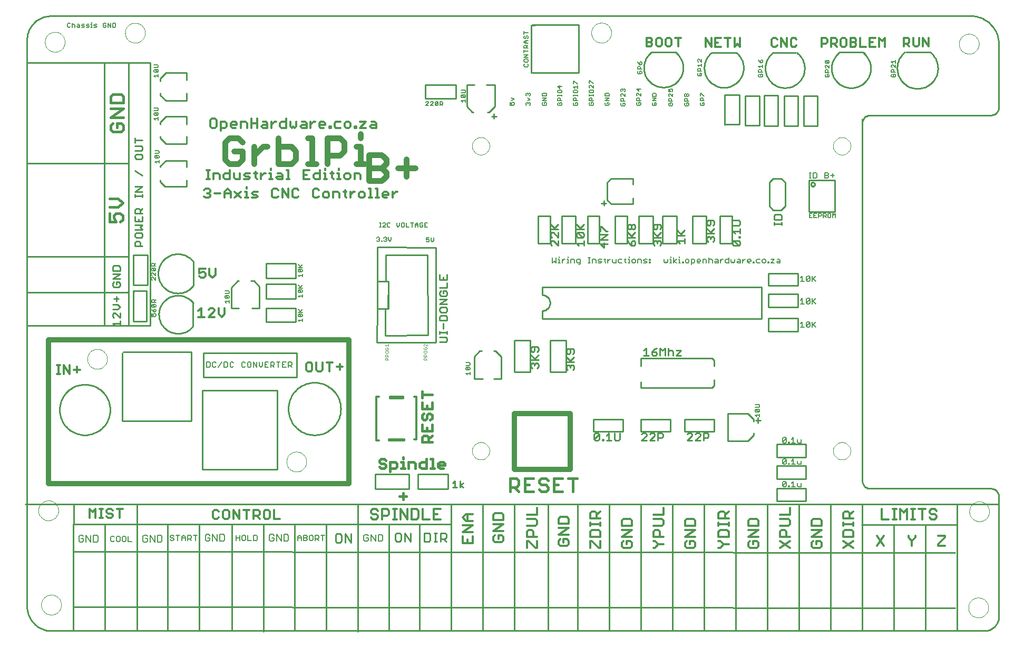
<source format=gto>
G75*
G70*
%OFA0B0*%
%FSLAX24Y24*%
%IPPOS*%
%LPD*%
%AMOC8*
5,1,8,0,0,1.08239X$1,22.5*
%
%ADD10C,0.0000*%
%ADD11C,0.0100*%
%ADD12C,0.0040*%
%ADD13C,0.0090*%
%ADD14C,0.0050*%
%ADD15C,0.0060*%
%ADD16C,0.0120*%
%ADD17C,0.0110*%
%ADD18C,0.0080*%
%ADD19C,0.0150*%
%ADD20C,0.0140*%
%ADD21C,0.0320*%
%ADD22C,0.0070*%
%ADD23C,0.0180*%
%ADD24C,0.0360*%
%ADD25C,0.0130*%
D10*
X004156Y003369D02*
X004158Y003419D01*
X004164Y003469D01*
X004174Y003518D01*
X004188Y003566D01*
X004205Y003613D01*
X004226Y003658D01*
X004251Y003702D01*
X004279Y003743D01*
X004311Y003782D01*
X004345Y003819D01*
X004382Y003853D01*
X004422Y003883D01*
X004464Y003910D01*
X004508Y003934D01*
X004554Y003955D01*
X004601Y003971D01*
X004649Y003984D01*
X004699Y003993D01*
X004748Y003998D01*
X004799Y003999D01*
X004849Y003996D01*
X004898Y003989D01*
X004947Y003978D01*
X004995Y003963D01*
X005041Y003945D01*
X005086Y003923D01*
X005129Y003897D01*
X005170Y003868D01*
X005209Y003836D01*
X005245Y003801D01*
X005277Y003763D01*
X005307Y003723D01*
X005334Y003680D01*
X005357Y003636D01*
X005376Y003590D01*
X005392Y003542D01*
X005404Y003493D01*
X005412Y003444D01*
X005416Y003394D01*
X005416Y003344D01*
X005412Y003294D01*
X005404Y003245D01*
X005392Y003196D01*
X005376Y003148D01*
X005357Y003102D01*
X005334Y003058D01*
X005307Y003015D01*
X005277Y002975D01*
X005245Y002937D01*
X005209Y002902D01*
X005170Y002870D01*
X005129Y002841D01*
X005086Y002815D01*
X005041Y002793D01*
X004995Y002775D01*
X004947Y002760D01*
X004898Y002749D01*
X004849Y002742D01*
X004799Y002739D01*
X004748Y002740D01*
X004699Y002745D01*
X004649Y002754D01*
X004601Y002767D01*
X004554Y002783D01*
X004508Y002804D01*
X004464Y002828D01*
X004422Y002855D01*
X004382Y002885D01*
X004345Y002919D01*
X004311Y002956D01*
X004279Y002995D01*
X004251Y003036D01*
X004226Y003080D01*
X004205Y003125D01*
X004188Y003172D01*
X004174Y003220D01*
X004164Y003269D01*
X004158Y003319D01*
X004156Y003369D01*
X003979Y009334D02*
X003981Y009384D01*
X003987Y009434D01*
X003997Y009483D01*
X004011Y009531D01*
X004028Y009578D01*
X004049Y009623D01*
X004074Y009667D01*
X004102Y009708D01*
X004134Y009747D01*
X004168Y009784D01*
X004205Y009818D01*
X004245Y009848D01*
X004287Y009875D01*
X004331Y009899D01*
X004377Y009920D01*
X004424Y009936D01*
X004472Y009949D01*
X004522Y009958D01*
X004571Y009963D01*
X004622Y009964D01*
X004672Y009961D01*
X004721Y009954D01*
X004770Y009943D01*
X004818Y009928D01*
X004864Y009910D01*
X004909Y009888D01*
X004952Y009862D01*
X004993Y009833D01*
X005032Y009801D01*
X005068Y009766D01*
X005100Y009728D01*
X005130Y009688D01*
X005157Y009645D01*
X005180Y009601D01*
X005199Y009555D01*
X005215Y009507D01*
X005227Y009458D01*
X005235Y009409D01*
X005239Y009359D01*
X005239Y009309D01*
X005235Y009259D01*
X005227Y009210D01*
X005215Y009161D01*
X005199Y009113D01*
X005180Y009067D01*
X005157Y009023D01*
X005130Y008980D01*
X005100Y008940D01*
X005068Y008902D01*
X005032Y008867D01*
X004993Y008835D01*
X004952Y008806D01*
X004909Y008780D01*
X004864Y008758D01*
X004818Y008740D01*
X004770Y008725D01*
X004721Y008714D01*
X004672Y008707D01*
X004622Y008704D01*
X004571Y008705D01*
X004522Y008710D01*
X004472Y008719D01*
X004424Y008732D01*
X004377Y008748D01*
X004331Y008769D01*
X004287Y008793D01*
X004245Y008820D01*
X004205Y008850D01*
X004168Y008884D01*
X004134Y008921D01*
X004102Y008960D01*
X004074Y009001D01*
X004049Y009045D01*
X004028Y009090D01*
X004011Y009137D01*
X003997Y009185D01*
X003987Y009234D01*
X003981Y009284D01*
X003979Y009334D01*
X007070Y018920D02*
X007072Y018970D01*
X007078Y019020D01*
X007088Y019069D01*
X007102Y019117D01*
X007119Y019164D01*
X007140Y019209D01*
X007165Y019253D01*
X007193Y019294D01*
X007225Y019333D01*
X007259Y019370D01*
X007296Y019404D01*
X007336Y019434D01*
X007378Y019461D01*
X007422Y019485D01*
X007468Y019506D01*
X007515Y019522D01*
X007563Y019535D01*
X007613Y019544D01*
X007662Y019549D01*
X007713Y019550D01*
X007763Y019547D01*
X007812Y019540D01*
X007861Y019529D01*
X007909Y019514D01*
X007955Y019496D01*
X008000Y019474D01*
X008043Y019448D01*
X008084Y019419D01*
X008123Y019387D01*
X008159Y019352D01*
X008191Y019314D01*
X008221Y019274D01*
X008248Y019231D01*
X008271Y019187D01*
X008290Y019141D01*
X008306Y019093D01*
X008318Y019044D01*
X008326Y018995D01*
X008330Y018945D01*
X008330Y018895D01*
X008326Y018845D01*
X008318Y018796D01*
X008306Y018747D01*
X008290Y018699D01*
X008271Y018653D01*
X008248Y018609D01*
X008221Y018566D01*
X008191Y018526D01*
X008159Y018488D01*
X008123Y018453D01*
X008084Y018421D01*
X008043Y018392D01*
X008000Y018366D01*
X007955Y018344D01*
X007909Y018326D01*
X007861Y018311D01*
X007812Y018300D01*
X007763Y018293D01*
X007713Y018290D01*
X007662Y018291D01*
X007613Y018296D01*
X007563Y018305D01*
X007515Y018318D01*
X007468Y018334D01*
X007422Y018355D01*
X007378Y018379D01*
X007336Y018406D01*
X007296Y018436D01*
X007259Y018470D01*
X007225Y018507D01*
X007193Y018546D01*
X007165Y018587D01*
X007140Y018631D01*
X007119Y018676D01*
X007102Y018723D01*
X007088Y018771D01*
X007078Y018820D01*
X007072Y018870D01*
X007070Y018920D01*
X019668Y012424D02*
X019670Y012474D01*
X019676Y012524D01*
X019686Y012573D01*
X019700Y012621D01*
X019717Y012668D01*
X019738Y012713D01*
X019763Y012757D01*
X019791Y012798D01*
X019823Y012837D01*
X019857Y012874D01*
X019894Y012908D01*
X019934Y012938D01*
X019976Y012965D01*
X020020Y012989D01*
X020066Y013010D01*
X020113Y013026D01*
X020161Y013039D01*
X020211Y013048D01*
X020260Y013053D01*
X020311Y013054D01*
X020361Y013051D01*
X020410Y013044D01*
X020459Y013033D01*
X020507Y013018D01*
X020553Y013000D01*
X020598Y012978D01*
X020641Y012952D01*
X020682Y012923D01*
X020721Y012891D01*
X020757Y012856D01*
X020789Y012818D01*
X020819Y012778D01*
X020846Y012735D01*
X020869Y012691D01*
X020888Y012645D01*
X020904Y012597D01*
X020916Y012548D01*
X020924Y012499D01*
X020928Y012449D01*
X020928Y012399D01*
X020924Y012349D01*
X020916Y012300D01*
X020904Y012251D01*
X020888Y012203D01*
X020869Y012157D01*
X020846Y012113D01*
X020819Y012070D01*
X020789Y012030D01*
X020757Y011992D01*
X020721Y011957D01*
X020682Y011925D01*
X020641Y011896D01*
X020598Y011870D01*
X020553Y011848D01*
X020507Y011830D01*
X020459Y011815D01*
X020410Y011804D01*
X020361Y011797D01*
X020311Y011794D01*
X020260Y011795D01*
X020211Y011800D01*
X020161Y011809D01*
X020113Y011822D01*
X020066Y011838D01*
X020020Y011859D01*
X019976Y011883D01*
X019934Y011910D01*
X019894Y011940D01*
X019857Y011974D01*
X019823Y012011D01*
X019791Y012050D01*
X019763Y012091D01*
X019738Y012135D01*
X019717Y012180D01*
X019700Y012227D01*
X019686Y012275D01*
X019676Y012324D01*
X019670Y012374D01*
X019668Y012424D01*
X031410Y013105D02*
X031412Y013152D01*
X031418Y013198D01*
X031428Y013244D01*
X031441Y013289D01*
X031459Y013332D01*
X031480Y013374D01*
X031504Y013414D01*
X031532Y013451D01*
X031563Y013486D01*
X031597Y013519D01*
X031633Y013548D01*
X031672Y013574D01*
X031713Y013597D01*
X031756Y013616D01*
X031800Y013632D01*
X031845Y013644D01*
X031891Y013652D01*
X031938Y013656D01*
X031984Y013656D01*
X032031Y013652D01*
X032077Y013644D01*
X032122Y013632D01*
X032166Y013616D01*
X032209Y013597D01*
X032250Y013574D01*
X032289Y013548D01*
X032325Y013519D01*
X032359Y013486D01*
X032390Y013451D01*
X032418Y013414D01*
X032442Y013374D01*
X032463Y013332D01*
X032481Y013289D01*
X032494Y013244D01*
X032504Y013198D01*
X032510Y013152D01*
X032512Y013105D01*
X032510Y013058D01*
X032504Y013012D01*
X032494Y012966D01*
X032481Y012921D01*
X032463Y012878D01*
X032442Y012836D01*
X032418Y012796D01*
X032390Y012759D01*
X032359Y012724D01*
X032325Y012691D01*
X032289Y012662D01*
X032250Y012636D01*
X032209Y012613D01*
X032166Y012594D01*
X032122Y012578D01*
X032077Y012566D01*
X032031Y012558D01*
X031984Y012554D01*
X031938Y012554D01*
X031891Y012558D01*
X031845Y012566D01*
X031800Y012578D01*
X031756Y012594D01*
X031713Y012613D01*
X031672Y012636D01*
X031633Y012662D01*
X031597Y012691D01*
X031563Y012724D01*
X031532Y012759D01*
X031504Y012796D01*
X031480Y012836D01*
X031459Y012878D01*
X031441Y012921D01*
X031428Y012966D01*
X031418Y013012D01*
X031412Y013058D01*
X031410Y013105D01*
X054245Y013105D02*
X054247Y013152D01*
X054253Y013198D01*
X054263Y013244D01*
X054276Y013289D01*
X054294Y013332D01*
X054315Y013374D01*
X054339Y013414D01*
X054367Y013451D01*
X054398Y013486D01*
X054432Y013519D01*
X054468Y013548D01*
X054507Y013574D01*
X054548Y013597D01*
X054591Y013616D01*
X054635Y013632D01*
X054680Y013644D01*
X054726Y013652D01*
X054773Y013656D01*
X054819Y013656D01*
X054866Y013652D01*
X054912Y013644D01*
X054957Y013632D01*
X055001Y013616D01*
X055044Y013597D01*
X055085Y013574D01*
X055124Y013548D01*
X055160Y013519D01*
X055194Y013486D01*
X055225Y013451D01*
X055253Y013414D01*
X055277Y013374D01*
X055298Y013332D01*
X055316Y013289D01*
X055329Y013244D01*
X055339Y013198D01*
X055345Y013152D01*
X055347Y013105D01*
X055345Y013058D01*
X055339Y013012D01*
X055329Y012966D01*
X055316Y012921D01*
X055298Y012878D01*
X055277Y012836D01*
X055253Y012796D01*
X055225Y012759D01*
X055194Y012724D01*
X055160Y012691D01*
X055124Y012662D01*
X055085Y012636D01*
X055044Y012613D01*
X055001Y012594D01*
X054957Y012578D01*
X054912Y012566D01*
X054866Y012558D01*
X054819Y012554D01*
X054773Y012554D01*
X054726Y012558D01*
X054680Y012566D01*
X054635Y012578D01*
X054591Y012594D01*
X054548Y012613D01*
X054507Y012636D01*
X054468Y012662D01*
X054432Y012691D01*
X054398Y012724D01*
X054367Y012759D01*
X054339Y012796D01*
X054315Y012836D01*
X054294Y012878D01*
X054276Y012921D01*
X054263Y012966D01*
X054253Y013012D01*
X054247Y013058D01*
X054245Y013105D01*
X062857Y009274D02*
X062859Y009324D01*
X062865Y009374D01*
X062875Y009423D01*
X062889Y009471D01*
X062906Y009518D01*
X062927Y009563D01*
X062952Y009607D01*
X062980Y009648D01*
X063012Y009687D01*
X063046Y009724D01*
X063083Y009758D01*
X063123Y009788D01*
X063165Y009815D01*
X063209Y009839D01*
X063255Y009860D01*
X063302Y009876D01*
X063350Y009889D01*
X063400Y009898D01*
X063449Y009903D01*
X063500Y009904D01*
X063550Y009901D01*
X063599Y009894D01*
X063648Y009883D01*
X063696Y009868D01*
X063742Y009850D01*
X063787Y009828D01*
X063830Y009802D01*
X063871Y009773D01*
X063910Y009741D01*
X063946Y009706D01*
X063978Y009668D01*
X064008Y009628D01*
X064035Y009585D01*
X064058Y009541D01*
X064077Y009495D01*
X064093Y009447D01*
X064105Y009398D01*
X064113Y009349D01*
X064117Y009299D01*
X064117Y009249D01*
X064113Y009199D01*
X064105Y009150D01*
X064093Y009101D01*
X064077Y009053D01*
X064058Y009007D01*
X064035Y008963D01*
X064008Y008920D01*
X063978Y008880D01*
X063946Y008842D01*
X063910Y008807D01*
X063871Y008775D01*
X063830Y008746D01*
X063787Y008720D01*
X063742Y008698D01*
X063696Y008680D01*
X063648Y008665D01*
X063599Y008654D01*
X063550Y008647D01*
X063500Y008644D01*
X063449Y008645D01*
X063400Y008650D01*
X063350Y008659D01*
X063302Y008672D01*
X063255Y008688D01*
X063209Y008709D01*
X063165Y008733D01*
X063123Y008760D01*
X063083Y008790D01*
X063046Y008824D01*
X063012Y008861D01*
X062980Y008900D01*
X062952Y008941D01*
X062927Y008985D01*
X062906Y009030D01*
X062889Y009077D01*
X062875Y009125D01*
X062865Y009174D01*
X062859Y009224D01*
X062857Y009274D01*
X062798Y003192D02*
X062800Y003242D01*
X062806Y003292D01*
X062816Y003341D01*
X062830Y003389D01*
X062847Y003436D01*
X062868Y003481D01*
X062893Y003525D01*
X062921Y003566D01*
X062953Y003605D01*
X062987Y003642D01*
X063024Y003676D01*
X063064Y003706D01*
X063106Y003733D01*
X063150Y003757D01*
X063196Y003778D01*
X063243Y003794D01*
X063291Y003807D01*
X063341Y003816D01*
X063390Y003821D01*
X063441Y003822D01*
X063491Y003819D01*
X063540Y003812D01*
X063589Y003801D01*
X063637Y003786D01*
X063683Y003768D01*
X063728Y003746D01*
X063771Y003720D01*
X063812Y003691D01*
X063851Y003659D01*
X063887Y003624D01*
X063919Y003586D01*
X063949Y003546D01*
X063976Y003503D01*
X063999Y003459D01*
X064018Y003413D01*
X064034Y003365D01*
X064046Y003316D01*
X064054Y003267D01*
X064058Y003217D01*
X064058Y003167D01*
X064054Y003117D01*
X064046Y003068D01*
X064034Y003019D01*
X064018Y002971D01*
X063999Y002925D01*
X063976Y002881D01*
X063949Y002838D01*
X063919Y002798D01*
X063887Y002760D01*
X063851Y002725D01*
X063812Y002693D01*
X063771Y002664D01*
X063728Y002638D01*
X063683Y002616D01*
X063637Y002598D01*
X063589Y002583D01*
X063540Y002572D01*
X063491Y002565D01*
X063441Y002562D01*
X063390Y002563D01*
X063341Y002568D01*
X063291Y002577D01*
X063243Y002590D01*
X063196Y002606D01*
X063150Y002627D01*
X063106Y002651D01*
X063064Y002678D01*
X063024Y002708D01*
X062987Y002742D01*
X062953Y002779D01*
X062921Y002818D01*
X062893Y002859D01*
X062868Y002903D01*
X062847Y002948D01*
X062830Y002995D01*
X062816Y003043D01*
X062806Y003092D01*
X062800Y003142D01*
X062798Y003192D01*
X054245Y032397D02*
X054247Y032444D01*
X054253Y032490D01*
X054263Y032536D01*
X054276Y032581D01*
X054294Y032624D01*
X054315Y032666D01*
X054339Y032706D01*
X054367Y032743D01*
X054398Y032778D01*
X054432Y032811D01*
X054468Y032840D01*
X054507Y032866D01*
X054548Y032889D01*
X054591Y032908D01*
X054635Y032924D01*
X054680Y032936D01*
X054726Y032944D01*
X054773Y032948D01*
X054819Y032948D01*
X054866Y032944D01*
X054912Y032936D01*
X054957Y032924D01*
X055001Y032908D01*
X055044Y032889D01*
X055085Y032866D01*
X055124Y032840D01*
X055160Y032811D01*
X055194Y032778D01*
X055225Y032743D01*
X055253Y032706D01*
X055277Y032666D01*
X055298Y032624D01*
X055316Y032581D01*
X055329Y032536D01*
X055339Y032490D01*
X055345Y032444D01*
X055347Y032397D01*
X055345Y032350D01*
X055339Y032304D01*
X055329Y032258D01*
X055316Y032213D01*
X055298Y032170D01*
X055277Y032128D01*
X055253Y032088D01*
X055225Y032051D01*
X055194Y032016D01*
X055160Y031983D01*
X055124Y031954D01*
X055085Y031928D01*
X055044Y031905D01*
X055001Y031886D01*
X054957Y031870D01*
X054912Y031858D01*
X054866Y031850D01*
X054819Y031846D01*
X054773Y031846D01*
X054726Y031850D01*
X054680Y031858D01*
X054635Y031870D01*
X054591Y031886D01*
X054548Y031905D01*
X054507Y031928D01*
X054468Y031954D01*
X054432Y031983D01*
X054398Y032016D01*
X054367Y032051D01*
X054339Y032088D01*
X054315Y032128D01*
X054294Y032170D01*
X054276Y032213D01*
X054263Y032258D01*
X054253Y032304D01*
X054247Y032350D01*
X054245Y032397D01*
X062207Y038861D02*
X062209Y038911D01*
X062215Y038961D01*
X062225Y039010D01*
X062239Y039058D01*
X062256Y039105D01*
X062277Y039150D01*
X062302Y039194D01*
X062330Y039235D01*
X062362Y039274D01*
X062396Y039311D01*
X062433Y039345D01*
X062473Y039375D01*
X062515Y039402D01*
X062559Y039426D01*
X062605Y039447D01*
X062652Y039463D01*
X062700Y039476D01*
X062750Y039485D01*
X062799Y039490D01*
X062850Y039491D01*
X062900Y039488D01*
X062949Y039481D01*
X062998Y039470D01*
X063046Y039455D01*
X063092Y039437D01*
X063137Y039415D01*
X063180Y039389D01*
X063221Y039360D01*
X063260Y039328D01*
X063296Y039293D01*
X063328Y039255D01*
X063358Y039215D01*
X063385Y039172D01*
X063408Y039128D01*
X063427Y039082D01*
X063443Y039034D01*
X063455Y038985D01*
X063463Y038936D01*
X063467Y038886D01*
X063467Y038836D01*
X063463Y038786D01*
X063455Y038737D01*
X063443Y038688D01*
X063427Y038640D01*
X063408Y038594D01*
X063385Y038550D01*
X063358Y038507D01*
X063328Y038467D01*
X063296Y038429D01*
X063260Y038394D01*
X063221Y038362D01*
X063180Y038333D01*
X063137Y038307D01*
X063092Y038285D01*
X063046Y038267D01*
X062998Y038252D01*
X062949Y038241D01*
X062900Y038234D01*
X062850Y038231D01*
X062799Y038232D01*
X062750Y038237D01*
X062700Y038246D01*
X062652Y038259D01*
X062605Y038275D01*
X062559Y038296D01*
X062515Y038320D01*
X062473Y038347D01*
X062433Y038377D01*
X062396Y038411D01*
X062362Y038448D01*
X062330Y038487D01*
X062302Y038528D01*
X062277Y038572D01*
X062256Y038617D01*
X062239Y038664D01*
X062225Y038712D01*
X062215Y038761D01*
X062209Y038811D01*
X062207Y038861D01*
X038951Y039560D02*
X038953Y039610D01*
X038959Y039660D01*
X038969Y039709D01*
X038983Y039757D01*
X039000Y039804D01*
X039021Y039849D01*
X039046Y039893D01*
X039074Y039934D01*
X039106Y039973D01*
X039140Y040010D01*
X039177Y040044D01*
X039217Y040074D01*
X039259Y040101D01*
X039303Y040125D01*
X039349Y040146D01*
X039396Y040162D01*
X039444Y040175D01*
X039494Y040184D01*
X039543Y040189D01*
X039594Y040190D01*
X039644Y040187D01*
X039693Y040180D01*
X039742Y040169D01*
X039790Y040154D01*
X039836Y040136D01*
X039881Y040114D01*
X039924Y040088D01*
X039965Y040059D01*
X040004Y040027D01*
X040040Y039992D01*
X040072Y039954D01*
X040102Y039914D01*
X040129Y039871D01*
X040152Y039827D01*
X040171Y039781D01*
X040187Y039733D01*
X040199Y039684D01*
X040207Y039635D01*
X040211Y039585D01*
X040211Y039535D01*
X040207Y039485D01*
X040199Y039436D01*
X040187Y039387D01*
X040171Y039339D01*
X040152Y039293D01*
X040129Y039249D01*
X040102Y039206D01*
X040072Y039166D01*
X040040Y039128D01*
X040004Y039093D01*
X039965Y039061D01*
X039924Y039032D01*
X039881Y039006D01*
X039836Y038984D01*
X039790Y038966D01*
X039742Y038951D01*
X039693Y038940D01*
X039644Y038933D01*
X039594Y038930D01*
X039543Y038931D01*
X039494Y038936D01*
X039444Y038945D01*
X039396Y038958D01*
X039349Y038974D01*
X039303Y038995D01*
X039259Y039019D01*
X039217Y039046D01*
X039177Y039076D01*
X039140Y039110D01*
X039106Y039147D01*
X039074Y039186D01*
X039046Y039227D01*
X039021Y039271D01*
X039000Y039316D01*
X038983Y039363D01*
X038969Y039411D01*
X038959Y039460D01*
X038953Y039510D01*
X038951Y039560D01*
X031410Y032397D02*
X031412Y032444D01*
X031418Y032490D01*
X031428Y032536D01*
X031441Y032581D01*
X031459Y032624D01*
X031480Y032666D01*
X031504Y032706D01*
X031532Y032743D01*
X031563Y032778D01*
X031597Y032811D01*
X031633Y032840D01*
X031672Y032866D01*
X031713Y032889D01*
X031756Y032908D01*
X031800Y032924D01*
X031845Y032936D01*
X031891Y032944D01*
X031938Y032948D01*
X031984Y032948D01*
X032031Y032944D01*
X032077Y032936D01*
X032122Y032924D01*
X032166Y032908D01*
X032209Y032889D01*
X032250Y032866D01*
X032289Y032840D01*
X032325Y032811D01*
X032359Y032778D01*
X032390Y032743D01*
X032418Y032706D01*
X032442Y032666D01*
X032463Y032624D01*
X032481Y032581D01*
X032494Y032536D01*
X032504Y032490D01*
X032510Y032444D01*
X032512Y032397D01*
X032510Y032350D01*
X032504Y032304D01*
X032494Y032258D01*
X032481Y032213D01*
X032463Y032170D01*
X032442Y032128D01*
X032418Y032088D01*
X032390Y032051D01*
X032359Y032016D01*
X032325Y031983D01*
X032289Y031954D01*
X032250Y031928D01*
X032209Y031905D01*
X032166Y031886D01*
X032122Y031870D01*
X032077Y031858D01*
X032031Y031850D01*
X031984Y031846D01*
X031938Y031846D01*
X031891Y031850D01*
X031845Y031858D01*
X031800Y031870D01*
X031756Y031886D01*
X031713Y031905D01*
X031672Y031928D01*
X031633Y031954D01*
X031597Y031983D01*
X031563Y032016D01*
X031532Y032051D01*
X031504Y032088D01*
X031480Y032128D01*
X031459Y032170D01*
X031441Y032213D01*
X031428Y032258D01*
X031418Y032304D01*
X031412Y032350D01*
X031410Y032397D01*
X009463Y039556D02*
X009465Y039606D01*
X009471Y039656D01*
X009481Y039705D01*
X009495Y039753D01*
X009512Y039800D01*
X009533Y039845D01*
X009558Y039889D01*
X009586Y039930D01*
X009618Y039969D01*
X009652Y040006D01*
X009689Y040040D01*
X009729Y040070D01*
X009771Y040097D01*
X009815Y040121D01*
X009861Y040142D01*
X009908Y040158D01*
X009956Y040171D01*
X010006Y040180D01*
X010055Y040185D01*
X010106Y040186D01*
X010156Y040183D01*
X010205Y040176D01*
X010254Y040165D01*
X010302Y040150D01*
X010348Y040132D01*
X010393Y040110D01*
X010436Y040084D01*
X010477Y040055D01*
X010516Y040023D01*
X010552Y039988D01*
X010584Y039950D01*
X010614Y039910D01*
X010641Y039867D01*
X010664Y039823D01*
X010683Y039777D01*
X010699Y039729D01*
X010711Y039680D01*
X010719Y039631D01*
X010723Y039581D01*
X010723Y039531D01*
X010719Y039481D01*
X010711Y039432D01*
X010699Y039383D01*
X010683Y039335D01*
X010664Y039289D01*
X010641Y039245D01*
X010614Y039202D01*
X010584Y039162D01*
X010552Y039124D01*
X010516Y039089D01*
X010477Y039057D01*
X010436Y039028D01*
X010393Y039002D01*
X010348Y038980D01*
X010302Y038962D01*
X010254Y038947D01*
X010205Y038936D01*
X010156Y038929D01*
X010106Y038926D01*
X010055Y038927D01*
X010006Y038932D01*
X009956Y038941D01*
X009908Y038954D01*
X009861Y038970D01*
X009815Y038991D01*
X009771Y039015D01*
X009729Y039042D01*
X009689Y039072D01*
X009652Y039106D01*
X009618Y039143D01*
X009586Y039182D01*
X009558Y039223D01*
X009533Y039267D01*
X009512Y039312D01*
X009495Y039359D01*
X009481Y039407D01*
X009471Y039456D01*
X009465Y039506D01*
X009463Y039556D01*
X004393Y038979D02*
X004395Y039029D01*
X004401Y039079D01*
X004411Y039128D01*
X004425Y039176D01*
X004442Y039223D01*
X004463Y039268D01*
X004488Y039312D01*
X004516Y039353D01*
X004548Y039392D01*
X004582Y039429D01*
X004619Y039463D01*
X004659Y039493D01*
X004701Y039520D01*
X004745Y039544D01*
X004791Y039565D01*
X004838Y039581D01*
X004886Y039594D01*
X004936Y039603D01*
X004985Y039608D01*
X005036Y039609D01*
X005086Y039606D01*
X005135Y039599D01*
X005184Y039588D01*
X005232Y039573D01*
X005278Y039555D01*
X005323Y039533D01*
X005366Y039507D01*
X005407Y039478D01*
X005446Y039446D01*
X005482Y039411D01*
X005514Y039373D01*
X005544Y039333D01*
X005571Y039290D01*
X005594Y039246D01*
X005613Y039200D01*
X005629Y039152D01*
X005641Y039103D01*
X005649Y039054D01*
X005653Y039004D01*
X005653Y038954D01*
X005649Y038904D01*
X005641Y038855D01*
X005629Y038806D01*
X005613Y038758D01*
X005594Y038712D01*
X005571Y038668D01*
X005544Y038625D01*
X005514Y038585D01*
X005482Y038547D01*
X005446Y038512D01*
X005407Y038480D01*
X005366Y038451D01*
X005323Y038425D01*
X005278Y038403D01*
X005232Y038385D01*
X005184Y038370D01*
X005135Y038359D01*
X005086Y038352D01*
X005036Y038349D01*
X004985Y038350D01*
X004936Y038355D01*
X004886Y038364D01*
X004838Y038377D01*
X004791Y038393D01*
X004745Y038414D01*
X004701Y038438D01*
X004659Y038465D01*
X004619Y038495D01*
X004582Y038529D01*
X004548Y038566D01*
X004516Y038605D01*
X004488Y038646D01*
X004463Y038690D01*
X004442Y038735D01*
X004425Y038782D01*
X004411Y038830D01*
X004401Y038879D01*
X004395Y038929D01*
X004393Y038979D01*
D11*
X004456Y001743D02*
X040956Y001743D01*
X040084Y001722D02*
X040084Y009722D01*
X042084Y009722D02*
X042084Y001722D01*
X044084Y001722D02*
X044084Y009722D01*
X046084Y009722D02*
X046084Y001722D01*
X048084Y001722D02*
X048084Y009722D01*
X050084Y009722D02*
X050084Y001722D01*
X052084Y001722D02*
X052084Y009722D01*
X052503Y009924D02*
X050672Y009924D01*
X050672Y010751D01*
X052503Y010751D01*
X052503Y009924D01*
X052503Y011341D02*
X050672Y011341D01*
X050672Y012168D01*
X052503Y012168D01*
X052503Y011341D01*
X052503Y012700D02*
X050731Y012700D01*
X050672Y012700D02*
X050672Y013526D01*
X052503Y013526D01*
X052503Y012700D01*
X049209Y014097D02*
X048834Y013722D01*
X047584Y013722D01*
X047584Y015472D01*
X048834Y015472D01*
X049209Y015097D01*
X049209Y014972D01*
X049209Y014222D02*
X049209Y014097D01*
X046709Y014347D02*
X044834Y014347D01*
X044834Y015097D01*
X046709Y015097D01*
X046709Y014347D01*
X043959Y014347D02*
X043959Y015097D01*
X042084Y015097D01*
X042084Y014347D01*
X043959Y014347D01*
X040959Y014347D02*
X039084Y014347D01*
X039084Y015097D01*
X040959Y015097D01*
X040959Y014347D01*
X042084Y017097D02*
X046584Y017097D01*
X046709Y017222D01*
X046709Y017597D01*
X046709Y018472D02*
X046709Y018847D01*
X046584Y018972D01*
X042084Y018972D01*
X042084Y018472D01*
X042084Y017472D02*
X042084Y017097D01*
X037334Y018097D02*
X037334Y020097D01*
X036334Y020097D01*
X036334Y018097D01*
X037334Y018097D01*
X035084Y018097D02*
X035084Y020097D01*
X034084Y020097D01*
X034084Y018097D01*
X035084Y018097D01*
X033251Y017660D02*
X033251Y019078D01*
X032897Y019432D01*
X032837Y019432D02*
X032778Y019432D01*
X032011Y019432D02*
X031893Y019432D01*
X031538Y019078D01*
X031538Y017660D01*
X032070Y017660D01*
X032778Y017660D02*
X033251Y017660D01*
X029118Y019973D02*
X025398Y019973D01*
X025397Y019976D01*
X029117Y019976D01*
X029118Y019973D01*
X029117Y019976D02*
X029114Y025978D01*
X025403Y025988D01*
X025404Y023835D01*
X025939Y023841D01*
X025938Y025516D01*
X028596Y025516D01*
X028602Y020421D01*
X025928Y020413D01*
X025914Y022116D01*
X026095Y022116D01*
X026107Y023822D01*
X025939Y023841D01*
X026111Y023826D02*
X026105Y022114D01*
X025400Y022114D01*
X025397Y019976D01*
X025400Y022114D02*
X025403Y023826D01*
X026111Y023826D01*
X025404Y023835D02*
X025403Y023826D01*
X025420Y022116D02*
X025914Y022116D01*
X020259Y022149D02*
X020259Y021263D01*
X018369Y021263D01*
X018369Y022149D01*
X020259Y022149D01*
X020259Y022739D02*
X018369Y022739D01*
X018369Y023684D01*
X020259Y023684D01*
X020259Y022739D01*
X020259Y024038D02*
X018369Y024038D01*
X018369Y024983D01*
X020259Y024983D01*
X020259Y024038D01*
X017956Y023507D02*
X017956Y022149D01*
X017483Y022149D01*
X016656Y022149D02*
X016184Y022149D01*
X016184Y023448D01*
X016597Y023861D01*
X016656Y023861D01*
X017424Y023861D02*
X017601Y023861D01*
X017956Y023507D01*
X013765Y023558D02*
X013777Y025101D01*
X013766Y025094D02*
X013721Y025148D01*
X013673Y025199D01*
X013623Y025247D01*
X013570Y025292D01*
X013514Y025334D01*
X013457Y025373D01*
X013397Y025409D01*
X013335Y025441D01*
X013271Y025470D01*
X013206Y025495D01*
X013140Y025517D01*
X013072Y025535D01*
X013004Y025549D01*
X012935Y025559D01*
X012865Y025565D01*
X012796Y025567D01*
X012726Y025565D01*
X012656Y025560D01*
X012587Y025550D01*
X012519Y025537D01*
X012451Y025520D01*
X012385Y025499D01*
X012319Y025474D01*
X012256Y025446D01*
X012193Y025414D01*
X012133Y025378D01*
X012075Y025340D01*
X012019Y025298D01*
X011966Y025253D01*
X011915Y025205D01*
X011867Y025155D01*
X011822Y025101D01*
X011780Y025046D01*
X011741Y024988D01*
X011706Y024928D01*
X011673Y024866D01*
X011645Y024802D01*
X011620Y024737D01*
X011599Y024670D01*
X011581Y024603D01*
X011568Y024534D01*
X011558Y024465D01*
X011552Y024396D01*
X011550Y024326D01*
X011552Y024256D01*
X011558Y024187D01*
X011568Y024118D01*
X011581Y024049D01*
X011599Y023982D01*
X011620Y023915D01*
X011645Y023850D01*
X011673Y023786D01*
X011706Y023724D01*
X011741Y023664D01*
X011780Y023606D01*
X011822Y023551D01*
X011867Y023497D01*
X011915Y023447D01*
X011966Y023399D01*
X012019Y023354D01*
X012075Y023312D01*
X012133Y023274D01*
X012193Y023238D01*
X012256Y023206D01*
X012319Y023178D01*
X012385Y023153D01*
X012451Y023132D01*
X012519Y023115D01*
X012587Y023102D01*
X012656Y023092D01*
X012726Y023087D01*
X012796Y023085D01*
X012865Y023087D01*
X012935Y023093D01*
X013004Y023103D01*
X013072Y023117D01*
X013140Y023135D01*
X013206Y023157D01*
X013271Y023182D01*
X013335Y023211D01*
X013397Y023243D01*
X013457Y023279D01*
X013514Y023318D01*
X013570Y023360D01*
X013623Y023405D01*
X013673Y023453D01*
X013721Y023504D01*
X013766Y023558D01*
X013736Y022530D02*
X013738Y020987D01*
X013739Y020974D02*
X013694Y020922D01*
X013646Y020873D01*
X013596Y020827D01*
X013543Y020783D01*
X013487Y020743D01*
X013429Y020705D01*
X013370Y020672D01*
X013308Y020641D01*
X013245Y020614D01*
X013180Y020591D01*
X013114Y020572D01*
X013047Y020556D01*
X012980Y020544D01*
X012911Y020536D01*
X012843Y020532D01*
X012774Y020531D01*
X012706Y020535D01*
X012637Y020543D01*
X012570Y020554D01*
X012503Y020569D01*
X012437Y020588D01*
X012372Y020611D01*
X012308Y020637D01*
X012246Y020667D01*
X012186Y020701D01*
X012128Y020738D01*
X012073Y020778D01*
X012019Y020821D01*
X011968Y020867D01*
X011920Y020916D01*
X011875Y020967D01*
X011832Y021021D01*
X011793Y021078D01*
X011757Y021136D01*
X011724Y021197D01*
X011695Y021259D01*
X011670Y021323D01*
X011648Y021388D01*
X011630Y021454D01*
X011616Y021522D01*
X011605Y021589D01*
X011599Y021658D01*
X011596Y021726D01*
X011597Y021795D01*
X011602Y021864D01*
X011611Y021932D01*
X011624Y021999D01*
X011641Y022066D01*
X011662Y022131D01*
X011686Y022196D01*
X011713Y022259D01*
X011745Y022320D01*
X011780Y022379D01*
X011818Y022436D01*
X011859Y022491D01*
X011903Y022544D01*
X011950Y022594D01*
X012000Y022641D01*
X012053Y022685D01*
X012108Y022726D01*
X012165Y022764D01*
X012224Y022799D01*
X012286Y022830D01*
X012348Y022858D01*
X012413Y022882D01*
X012478Y022902D01*
X012545Y022919D01*
X012613Y022932D01*
X012681Y022941D01*
X012749Y022946D01*
X012818Y022947D01*
X012887Y022944D01*
X012955Y022938D01*
X013023Y022927D01*
X013090Y022913D01*
X013156Y022895D01*
X013221Y022873D01*
X013285Y022847D01*
X013347Y022818D01*
X013408Y022785D01*
X013466Y022749D01*
X013523Y022710D01*
X013577Y022668D01*
X013628Y022622D01*
X013677Y022574D01*
X013723Y022523D01*
X013766Y022469D01*
X010829Y023226D02*
X010829Y021290D01*
X009969Y021290D01*
X009969Y023179D01*
X010006Y023179D01*
X009997Y023188D02*
X009997Y023226D01*
X010829Y023226D01*
X010866Y023600D02*
X009978Y023600D01*
X009978Y025516D01*
X010006Y025507D02*
X010866Y025507D01*
X010866Y023600D01*
X009688Y023211D02*
X009629Y023152D01*
X003310Y023152D01*
X003310Y021026D02*
X008152Y021026D01*
X009688Y021026D01*
X011046Y021026D01*
X011046Y037680D01*
X009688Y037680D01*
X009688Y031302D01*
X003310Y031302D01*
X009688Y031302D02*
X009688Y023211D01*
X009688Y021026D01*
X009135Y021022D02*
X009135Y021329D01*
X009135Y021175D02*
X008674Y021175D01*
X008828Y021022D01*
X008751Y021537D02*
X008674Y021614D01*
X008674Y021768D01*
X008751Y021844D01*
X008828Y021844D01*
X009135Y021537D01*
X009135Y021844D01*
X008981Y022053D02*
X009135Y022207D01*
X008981Y022360D01*
X008674Y022360D01*
X008674Y022053D02*
X008981Y022053D01*
X008905Y022569D02*
X008905Y022876D01*
X008751Y022722D02*
X009058Y022722D01*
X009058Y023486D02*
X009135Y023563D01*
X009135Y023716D01*
X009058Y023793D01*
X008905Y023793D01*
X008905Y023640D01*
X008751Y023486D02*
X009058Y023486D01*
X008751Y023486D02*
X008674Y023563D01*
X008674Y023716D01*
X008751Y023793D01*
X008674Y024002D02*
X009135Y024309D01*
X008674Y024309D01*
X008674Y024518D02*
X008674Y024748D01*
X008751Y024824D01*
X009058Y024824D01*
X009135Y024748D01*
X009135Y024518D01*
X008674Y024518D01*
X008674Y024002D02*
X009135Y024002D01*
X009629Y025397D02*
X003251Y025397D01*
X008152Y021026D02*
X008152Y037680D01*
X009688Y037680D01*
X008152Y037680D02*
X003310Y037680D01*
X003258Y039002D02*
X003258Y003354D01*
X003257Y003355D02*
X003255Y003277D01*
X003257Y003200D01*
X003262Y003123D01*
X003272Y003046D01*
X003285Y002970D01*
X003302Y002895D01*
X003323Y002821D01*
X003347Y002747D01*
X003375Y002675D01*
X003407Y002605D01*
X003442Y002536D01*
X003480Y002469D01*
X003522Y002404D01*
X003567Y002341D01*
X003614Y002281D01*
X003665Y002223D01*
X003719Y002167D01*
X003775Y002114D01*
X003834Y002065D01*
X003896Y002018D01*
X003959Y001974D01*
X004025Y001933D01*
X004093Y001896D01*
X004162Y001862D01*
X004233Y001832D01*
X004306Y001805D01*
X004379Y001782D01*
X004454Y001763D01*
X004530Y001747D01*
X004606Y001735D01*
X004683Y001727D01*
X004760Y001723D01*
X004837Y001722D01*
X063855Y001722D01*
X063855Y001723D02*
X063913Y001728D01*
X063971Y001737D01*
X064028Y001750D01*
X064085Y001766D01*
X064140Y001786D01*
X064194Y001809D01*
X064246Y001836D01*
X064296Y001865D01*
X064345Y001898D01*
X064391Y001934D01*
X064435Y001973D01*
X064476Y002015D01*
X064515Y002059D01*
X064551Y002105D01*
X064584Y002154D01*
X064613Y002204D01*
X064640Y002256D01*
X064663Y002310D01*
X064683Y002365D01*
X064699Y002422D01*
X064711Y002479D01*
X064720Y002537D01*
X064725Y002595D01*
X064727Y002654D01*
X064725Y002712D01*
X064719Y002771D01*
X064719Y002764D02*
X064719Y010222D01*
X064717Y010266D01*
X064711Y010309D01*
X064702Y010351D01*
X064689Y010393D01*
X064672Y010433D01*
X064652Y010472D01*
X064629Y010509D01*
X064602Y010543D01*
X064573Y010576D01*
X064540Y010605D01*
X064506Y010632D01*
X064469Y010655D01*
X064430Y010675D01*
X064390Y010692D01*
X064348Y010705D01*
X064306Y010714D01*
X064263Y010720D01*
X064219Y010722D01*
X056584Y010722D01*
X056540Y010724D01*
X056497Y010730D01*
X056455Y010739D01*
X056413Y010752D01*
X056373Y010769D01*
X056334Y010789D01*
X056297Y010812D01*
X056263Y010839D01*
X056230Y010868D01*
X056201Y010901D01*
X056174Y010935D01*
X056151Y010972D01*
X056131Y011011D01*
X056114Y011051D01*
X056101Y011093D01*
X056092Y011135D01*
X056086Y011178D01*
X056084Y011222D01*
X056080Y011258D02*
X056080Y034092D01*
X056084Y033847D02*
X056086Y033891D01*
X056092Y033934D01*
X056101Y033976D01*
X056114Y034018D01*
X056131Y034058D01*
X056151Y034097D01*
X056174Y034134D01*
X056201Y034168D01*
X056230Y034201D01*
X056263Y034230D01*
X056297Y034257D01*
X056334Y034280D01*
X056373Y034300D01*
X056413Y034317D01*
X056455Y034330D01*
X056497Y034339D01*
X056540Y034345D01*
X056584Y034347D01*
X064219Y034347D01*
X064263Y034349D01*
X064306Y034355D01*
X064348Y034364D01*
X064390Y034377D01*
X064430Y034394D01*
X064469Y034414D01*
X064506Y034437D01*
X064540Y034464D01*
X064573Y034493D01*
X064602Y034526D01*
X064629Y034560D01*
X064652Y034597D01*
X064672Y034636D01*
X064689Y034676D01*
X064702Y034718D01*
X064711Y034760D01*
X064717Y034803D01*
X064719Y034847D01*
X064719Y038875D01*
X064720Y038874D02*
X064717Y038960D01*
X064709Y039046D01*
X064697Y039131D01*
X064682Y039216D01*
X064662Y039300D01*
X064638Y039383D01*
X064611Y039464D01*
X064579Y039544D01*
X064543Y039622D01*
X064504Y039699D01*
X064461Y039774D01*
X064415Y039846D01*
X064365Y039916D01*
X064312Y039984D01*
X064255Y040049D01*
X064196Y040111D01*
X064134Y040170D01*
X064068Y040227D01*
X064001Y040280D01*
X063930Y040329D01*
X063858Y040375D01*
X063783Y040418D01*
X063706Y040457D01*
X063628Y040492D01*
X063548Y040524D01*
X063466Y040551D01*
X063383Y040574D01*
X063299Y040594D01*
X063215Y040609D01*
X063129Y040621D01*
X063044Y040628D01*
X062958Y040631D01*
X062872Y040630D01*
X062786Y040624D01*
X062785Y040625D02*
X004765Y040625D01*
X004690Y040623D01*
X004615Y040618D01*
X004540Y040608D01*
X004466Y040595D01*
X004393Y040579D01*
X004321Y040558D01*
X004249Y040534D01*
X004179Y040507D01*
X004111Y040476D01*
X004044Y040442D01*
X003979Y040404D01*
X003916Y040364D01*
X003854Y040320D01*
X003796Y040273D01*
X003739Y040223D01*
X003685Y040171D01*
X003634Y040116D01*
X003586Y040058D01*
X003540Y039999D01*
X003498Y039937D01*
X003458Y039873D01*
X003422Y039807D01*
X003389Y039739D01*
X003360Y039670D01*
X003334Y039599D01*
X003312Y039527D01*
X003293Y039455D01*
X003278Y039381D01*
X003266Y039307D01*
X003259Y039232D01*
X003255Y039157D01*
X003254Y039082D01*
X003258Y039006D01*
X011696Y036676D02*
X011696Y036499D01*
X011696Y036676D02*
X012050Y037030D01*
X013349Y037030D01*
X013349Y036558D01*
X013349Y035731D02*
X013349Y035259D01*
X012050Y035259D01*
X011696Y035613D01*
X011696Y035731D01*
X012050Y034255D02*
X013349Y034255D01*
X013349Y033782D01*
X013349Y033015D02*
X013349Y032542D01*
X012050Y032542D01*
X011696Y032897D01*
X011696Y033015D01*
X011696Y033782D02*
X011696Y033900D01*
X012050Y034255D01*
X010552Y032762D02*
X010092Y032762D01*
X010092Y032915D02*
X010092Y032608D01*
X010092Y032399D02*
X010475Y032399D01*
X010552Y032323D01*
X010552Y032169D01*
X010475Y032092D01*
X010092Y032092D01*
X010169Y031884D02*
X010092Y031807D01*
X010092Y031654D01*
X010169Y031577D01*
X010475Y031577D01*
X010552Y031654D01*
X010552Y031807D01*
X010475Y031884D01*
X010169Y031884D01*
X011696Y031125D02*
X012050Y031479D01*
X013349Y031479D01*
X013349Y031066D01*
X013349Y030239D02*
X013349Y029826D01*
X011991Y029826D01*
X011696Y030121D01*
X011696Y030239D01*
X011696Y031066D02*
X011696Y031125D01*
X010552Y030545D02*
X010092Y030852D01*
X010092Y029821D02*
X010552Y029821D01*
X010092Y029514D01*
X010552Y029514D01*
X010552Y029324D02*
X010552Y029170D01*
X010552Y029247D02*
X010092Y029247D01*
X010092Y029170D02*
X010092Y029324D01*
X010169Y028446D02*
X010322Y028446D01*
X010399Y028369D01*
X010399Y028139D01*
X010552Y028139D02*
X010092Y028139D01*
X010092Y028369D01*
X010169Y028446D01*
X010399Y028293D02*
X010552Y028446D01*
X010552Y027930D02*
X010552Y027624D01*
X010092Y027624D01*
X010092Y027930D01*
X010322Y027777D02*
X010322Y027624D01*
X010552Y027415D02*
X010092Y027415D01*
X010092Y027108D02*
X010552Y027108D01*
X010399Y027261D01*
X010552Y027415D01*
X010475Y026899D02*
X010169Y026899D01*
X010092Y026822D01*
X010092Y026669D01*
X010169Y026592D01*
X010475Y026592D01*
X010552Y026669D01*
X010552Y026822D01*
X010475Y026899D01*
X010322Y026384D02*
X010399Y026307D01*
X010399Y026077D01*
X010552Y026077D02*
X010092Y026077D01*
X010092Y026307D01*
X010169Y026384D01*
X010322Y026384D01*
X009334Y019373D02*
X013645Y019373D01*
X013645Y015003D01*
X009274Y015003D01*
X009274Y019314D01*
X005316Y015711D02*
X005318Y015791D01*
X005324Y015870D01*
X005334Y015949D01*
X005348Y016027D01*
X005365Y016105D01*
X005387Y016181D01*
X005412Y016257D01*
X005441Y016331D01*
X005474Y016403D01*
X005510Y016474D01*
X005550Y016543D01*
X005593Y016610D01*
X005640Y016675D01*
X005689Y016737D01*
X005742Y016797D01*
X005798Y016854D01*
X005856Y016908D01*
X005917Y016959D01*
X005980Y017007D01*
X006046Y017052D01*
X006114Y017093D01*
X006184Y017131D01*
X006256Y017166D01*
X006329Y017197D01*
X006404Y017224D01*
X006480Y017247D01*
X006557Y017267D01*
X006635Y017283D01*
X006714Y017295D01*
X006793Y017303D01*
X006872Y017307D01*
X006952Y017307D01*
X007031Y017303D01*
X007110Y017295D01*
X007189Y017283D01*
X007267Y017267D01*
X007344Y017247D01*
X007420Y017224D01*
X007495Y017197D01*
X007568Y017166D01*
X007640Y017131D01*
X007710Y017093D01*
X007778Y017052D01*
X007844Y017007D01*
X007907Y016959D01*
X007968Y016908D01*
X008026Y016854D01*
X008082Y016797D01*
X008135Y016737D01*
X008184Y016675D01*
X008231Y016610D01*
X008274Y016543D01*
X008314Y016474D01*
X008350Y016403D01*
X008383Y016331D01*
X008412Y016257D01*
X008437Y016181D01*
X008459Y016105D01*
X008476Y016027D01*
X008490Y015949D01*
X008500Y015870D01*
X008506Y015791D01*
X008508Y015711D01*
X008506Y015631D01*
X008500Y015552D01*
X008490Y015473D01*
X008476Y015395D01*
X008459Y015317D01*
X008437Y015241D01*
X008412Y015165D01*
X008383Y015091D01*
X008350Y015019D01*
X008314Y014948D01*
X008274Y014879D01*
X008231Y014812D01*
X008184Y014747D01*
X008135Y014685D01*
X008082Y014625D01*
X008026Y014568D01*
X007968Y014514D01*
X007907Y014463D01*
X007844Y014415D01*
X007778Y014370D01*
X007710Y014329D01*
X007640Y014291D01*
X007568Y014256D01*
X007495Y014225D01*
X007420Y014198D01*
X007344Y014175D01*
X007267Y014155D01*
X007189Y014139D01*
X007110Y014127D01*
X007031Y014119D01*
X006952Y014115D01*
X006872Y014115D01*
X006793Y014119D01*
X006714Y014127D01*
X006635Y014139D01*
X006557Y014155D01*
X006480Y014175D01*
X006404Y014198D01*
X006329Y014225D01*
X006256Y014256D01*
X006184Y014291D01*
X006114Y014329D01*
X006046Y014370D01*
X005980Y014415D01*
X005917Y014463D01*
X005856Y014514D01*
X005798Y014568D01*
X005742Y014625D01*
X005689Y014685D01*
X005640Y014747D01*
X005593Y014812D01*
X005550Y014879D01*
X005510Y014948D01*
X005474Y015019D01*
X005441Y015091D01*
X005412Y015165D01*
X005387Y015241D01*
X005365Y015317D01*
X005348Y015395D01*
X005334Y015473D01*
X005324Y015552D01*
X005318Y015631D01*
X005316Y015711D01*
X014353Y016952D02*
X014353Y011932D01*
X019078Y011932D01*
X019078Y016952D01*
X014353Y016952D01*
X014412Y017778D02*
X014412Y019255D01*
X014412Y019314D02*
X020318Y019314D01*
X020318Y017778D01*
X014412Y017778D01*
X019782Y015771D02*
X019784Y015852D01*
X019790Y015934D01*
X019800Y016014D01*
X019814Y016094D01*
X019832Y016174D01*
X019853Y016252D01*
X019879Y016330D01*
X019908Y016405D01*
X019941Y016480D01*
X019978Y016553D01*
X020018Y016623D01*
X020061Y016692D01*
X020108Y016759D01*
X020158Y016823D01*
X020212Y016884D01*
X020268Y016943D01*
X020327Y016999D01*
X020388Y017053D01*
X020452Y017103D01*
X020519Y017150D01*
X020588Y017193D01*
X020658Y017233D01*
X020731Y017270D01*
X020806Y017303D01*
X020881Y017332D01*
X020959Y017358D01*
X021037Y017379D01*
X021117Y017397D01*
X021197Y017411D01*
X021277Y017421D01*
X021359Y017427D01*
X021440Y017429D01*
X021521Y017427D01*
X021603Y017421D01*
X021683Y017411D01*
X021763Y017397D01*
X021843Y017379D01*
X021921Y017358D01*
X021999Y017332D01*
X022074Y017303D01*
X022149Y017270D01*
X022222Y017233D01*
X022292Y017193D01*
X022361Y017150D01*
X022428Y017103D01*
X022492Y017053D01*
X022553Y016999D01*
X022612Y016943D01*
X022668Y016884D01*
X022722Y016823D01*
X022772Y016759D01*
X022819Y016692D01*
X022862Y016623D01*
X022902Y016553D01*
X022939Y016480D01*
X022972Y016405D01*
X023001Y016330D01*
X023027Y016252D01*
X023048Y016174D01*
X023066Y016094D01*
X023080Y016014D01*
X023090Y015934D01*
X023096Y015852D01*
X023098Y015771D01*
X023096Y015690D01*
X023090Y015608D01*
X023080Y015528D01*
X023066Y015448D01*
X023048Y015368D01*
X023027Y015290D01*
X023001Y015212D01*
X022972Y015137D01*
X022939Y015062D01*
X022902Y014989D01*
X022862Y014919D01*
X022819Y014850D01*
X022772Y014783D01*
X022722Y014719D01*
X022668Y014658D01*
X022612Y014599D01*
X022553Y014543D01*
X022492Y014489D01*
X022428Y014439D01*
X022361Y014392D01*
X022292Y014349D01*
X022222Y014309D01*
X022149Y014272D01*
X022074Y014239D01*
X021999Y014210D01*
X021921Y014184D01*
X021843Y014163D01*
X021763Y014145D01*
X021683Y014131D01*
X021603Y014121D01*
X021521Y014115D01*
X021440Y014113D01*
X021359Y014115D01*
X021277Y014121D01*
X021197Y014131D01*
X021117Y014145D01*
X021037Y014163D01*
X020959Y014184D01*
X020881Y014210D01*
X020806Y014239D01*
X020731Y014272D01*
X020658Y014309D01*
X020588Y014349D01*
X020519Y014392D01*
X020452Y014439D01*
X020388Y014489D01*
X020327Y014543D01*
X020268Y014599D01*
X020212Y014658D01*
X020158Y014719D01*
X020108Y014783D01*
X020061Y014850D01*
X020018Y014919D01*
X019978Y014989D01*
X019941Y015062D01*
X019908Y015137D01*
X019879Y015212D01*
X019853Y015290D01*
X019832Y015368D01*
X019814Y015448D01*
X019800Y015528D01*
X019790Y015608D01*
X019784Y015690D01*
X019782Y015771D01*
X025278Y011637D02*
X027404Y011637D01*
X027404Y010692D01*
X025278Y010692D01*
X025278Y011637D01*
X027404Y011519D02*
X027404Y010810D01*
X027995Y010692D02*
X029885Y010692D01*
X029885Y011637D01*
X027995Y011637D01*
X027995Y010692D01*
X030171Y010801D02*
X030438Y010801D01*
X030304Y010801D02*
X030304Y011201D01*
X030171Y011068D01*
X030631Y011201D02*
X030631Y010801D01*
X030631Y010934D02*
X030832Y011068D01*
X030631Y010934D02*
X030832Y010801D01*
X030084Y009722D02*
X064719Y009722D01*
X062084Y009712D02*
X062084Y001722D01*
X061944Y003163D02*
X006217Y003222D01*
X006182Y001722D02*
X006182Y008472D01*
X008190Y008472D01*
X008190Y001722D01*
X010198Y001722D02*
X010198Y008472D01*
X008190Y008472D01*
X006204Y008507D02*
X006204Y009688D01*
X003140Y009722D02*
X030084Y009722D01*
X030084Y008472D01*
X028084Y008472D01*
X026143Y008472D01*
X022186Y008472D01*
X022186Y001722D01*
X020178Y001722D02*
X020178Y008472D01*
X016221Y008472D01*
X016221Y001722D01*
X018229Y001663D02*
X018229Y008413D01*
X020178Y008472D02*
X022186Y008472D01*
X024194Y009653D02*
X024194Y001663D01*
X026143Y001722D02*
X026143Y008472D01*
X028084Y008472D02*
X028084Y001722D01*
X030084Y001722D02*
X030084Y008472D01*
X032084Y009722D02*
X032084Y001722D01*
X034084Y001722D02*
X034084Y009722D01*
X036209Y009722D02*
X036209Y001722D01*
X038084Y001722D02*
X038084Y009722D01*
X054084Y009722D02*
X054084Y001722D01*
X056084Y001722D02*
X056084Y009722D01*
X056046Y008448D02*
X062070Y008448D01*
X060084Y008413D02*
X060084Y001722D01*
X058084Y001722D02*
X058084Y008413D01*
X061944Y006663D02*
X006211Y006722D01*
X010198Y008472D02*
X012147Y008472D01*
X012147Y001722D01*
X014154Y001722D02*
X014154Y008472D01*
X012147Y008472D01*
X010219Y008448D02*
X010219Y009688D01*
X014154Y008472D02*
X016221Y008472D01*
X035834Y021472D02*
X035834Y021972D01*
X035834Y021472D02*
X049709Y021472D01*
X049709Y023472D01*
X035834Y023472D01*
X035834Y022972D01*
X035878Y022970D01*
X035921Y022964D01*
X035963Y022955D01*
X036005Y022942D01*
X036045Y022925D01*
X036084Y022905D01*
X036121Y022882D01*
X036155Y022855D01*
X036188Y022826D01*
X036217Y022793D01*
X036244Y022759D01*
X036267Y022722D01*
X036287Y022683D01*
X036304Y022643D01*
X036317Y022601D01*
X036326Y022559D01*
X036332Y022516D01*
X036334Y022472D01*
X036332Y022428D01*
X036326Y022385D01*
X036317Y022343D01*
X036304Y022301D01*
X036287Y022261D01*
X036267Y022222D01*
X036244Y022185D01*
X036217Y022151D01*
X036188Y022118D01*
X036155Y022089D01*
X036121Y022062D01*
X036084Y022039D01*
X036045Y022019D01*
X036005Y022002D01*
X035963Y021989D01*
X035921Y021980D01*
X035878Y021974D01*
X035834Y021972D01*
X035584Y026222D02*
X036334Y026222D01*
X036334Y027972D01*
X035584Y027972D01*
X035584Y026222D01*
X037084Y026222D02*
X037084Y027972D01*
X037959Y027972D01*
X037959Y026222D01*
X037084Y026222D01*
X038709Y026222D02*
X038709Y027972D01*
X039459Y027972D01*
X039459Y026222D01*
X038709Y026222D01*
X040459Y026222D02*
X040459Y027972D01*
X041209Y027972D01*
X041209Y026222D01*
X040459Y026222D01*
X041959Y026222D02*
X041959Y027972D01*
X042834Y027972D01*
X042834Y026222D01*
X041959Y026222D01*
X043459Y026222D02*
X043459Y027972D01*
X044334Y027972D01*
X044334Y026222D01*
X043459Y026222D01*
X045334Y026222D02*
X046209Y026222D01*
X046209Y027972D01*
X045334Y027972D01*
X045334Y026222D01*
X047084Y026222D02*
X047084Y027972D01*
X047834Y027972D01*
X047834Y026222D01*
X047084Y026222D01*
X050141Y024334D02*
X050141Y023566D01*
X052030Y023566D01*
X052030Y024334D01*
X050141Y024334D01*
X050141Y023034D02*
X052030Y023034D01*
X052030Y022208D01*
X050141Y022208D01*
X050141Y023034D01*
X050141Y021499D02*
X050141Y020672D01*
X052030Y020672D01*
X052030Y021499D01*
X050141Y021499D01*
X052709Y028222D02*
X052709Y030222D01*
X054334Y030222D01*
X054334Y028222D01*
X052709Y028222D01*
X051209Y028597D02*
X050959Y028347D01*
X050459Y028347D01*
X050209Y028597D01*
X050209Y030097D01*
X050459Y030347D01*
X050959Y030347D01*
X051209Y030097D01*
X051209Y028597D01*
X052834Y029972D02*
X052836Y029994D01*
X052842Y030015D01*
X052851Y030034D01*
X052863Y030052D01*
X052879Y030068D01*
X052896Y030080D01*
X052916Y030089D01*
X052937Y030095D01*
X052959Y030097D01*
X052981Y030095D01*
X053002Y030089D01*
X053021Y030080D01*
X053039Y030068D01*
X053055Y030052D01*
X053067Y030034D01*
X053076Y030015D01*
X053082Y029994D01*
X053084Y029972D01*
X053082Y029950D01*
X053076Y029929D01*
X053067Y029910D01*
X053055Y029892D01*
X053039Y029876D01*
X053022Y029864D01*
X053002Y029855D01*
X052981Y029849D01*
X052959Y029847D01*
X052937Y029849D01*
X052916Y029855D01*
X052896Y029864D01*
X052879Y029876D01*
X052863Y029892D01*
X052851Y029909D01*
X052842Y029929D01*
X052836Y029950D01*
X052834Y029972D01*
X053243Y033666D02*
X052372Y033666D01*
X052372Y035576D01*
X053242Y035576D01*
X053242Y033672D01*
X052451Y033672D01*
X052028Y033667D02*
X052028Y033695D01*
X052027Y033673D02*
X052027Y035577D01*
X051157Y035577D01*
X051157Y033667D01*
X052028Y033667D01*
X052027Y033673D02*
X051236Y033673D01*
X050764Y033680D02*
X050764Y033708D01*
X050763Y033686D02*
X050763Y035590D01*
X049893Y035590D01*
X049893Y033680D01*
X050764Y033680D01*
X050763Y033686D02*
X049972Y033686D01*
X049590Y033708D02*
X049590Y033802D01*
X049588Y033729D02*
X049588Y035579D01*
X048667Y035579D01*
X048667Y033708D01*
X048758Y033708D01*
X048754Y033708D02*
X049590Y033708D01*
X048306Y033756D02*
X047385Y033756D01*
X047384Y033746D02*
X047384Y035633D01*
X047396Y035634D02*
X048314Y035634D01*
X048306Y035628D01*
X048314Y035634D02*
X048304Y033762D01*
X053243Y033666D02*
X053243Y033694D01*
X051961Y038295D02*
X052015Y038250D01*
X052066Y038202D01*
X052114Y038152D01*
X052159Y038099D01*
X052201Y038043D01*
X052240Y037986D01*
X052276Y037926D01*
X052308Y037864D01*
X052337Y037800D01*
X052362Y037735D01*
X052384Y037669D01*
X052402Y037601D01*
X052416Y037533D01*
X052426Y037464D01*
X052432Y037394D01*
X052434Y037325D01*
X052432Y037255D01*
X052427Y037185D01*
X052417Y037116D01*
X052404Y037048D01*
X052387Y036980D01*
X052366Y036914D01*
X052341Y036848D01*
X052313Y036785D01*
X052281Y036722D01*
X052245Y036662D01*
X052207Y036604D01*
X052165Y036548D01*
X052120Y036495D01*
X052072Y036444D01*
X052022Y036396D01*
X051968Y036351D01*
X051913Y036309D01*
X051855Y036270D01*
X051795Y036235D01*
X051733Y036202D01*
X051669Y036174D01*
X051604Y036149D01*
X051537Y036128D01*
X051470Y036110D01*
X051401Y036097D01*
X051332Y036087D01*
X051263Y036081D01*
X051193Y036079D01*
X051123Y036081D01*
X051054Y036087D01*
X050985Y036097D01*
X050916Y036110D01*
X050849Y036128D01*
X050782Y036149D01*
X050717Y036174D01*
X050653Y036202D01*
X050591Y036235D01*
X050531Y036270D01*
X050473Y036309D01*
X050418Y036351D01*
X050364Y036396D01*
X050314Y036444D01*
X050266Y036495D01*
X050221Y036548D01*
X050179Y036604D01*
X050141Y036662D01*
X050105Y036722D01*
X050073Y036785D01*
X050045Y036848D01*
X050020Y036914D01*
X049999Y036980D01*
X049982Y037048D01*
X049969Y037116D01*
X049959Y037185D01*
X049954Y037255D01*
X049952Y037325D01*
X049954Y037394D01*
X049960Y037464D01*
X049970Y037533D01*
X049984Y037601D01*
X050002Y037669D01*
X050024Y037735D01*
X050049Y037800D01*
X050078Y037864D01*
X050110Y037926D01*
X050146Y037986D01*
X050185Y038043D01*
X050227Y038099D01*
X050272Y038152D01*
X050320Y038202D01*
X050371Y038250D01*
X050425Y038295D01*
X050414Y038306D02*
X051881Y038306D01*
X051890Y038315D01*
X054622Y038342D02*
X056108Y038342D01*
X056246Y038259D01*
X056149Y038293D02*
X056203Y038248D01*
X056254Y038200D01*
X056302Y038150D01*
X056347Y038097D01*
X056389Y038041D01*
X056428Y037984D01*
X056464Y037924D01*
X056496Y037862D01*
X056525Y037798D01*
X056550Y037733D01*
X056572Y037667D01*
X056590Y037599D01*
X056604Y037531D01*
X056614Y037462D01*
X056620Y037392D01*
X056622Y037323D01*
X056620Y037253D01*
X056615Y037183D01*
X056605Y037114D01*
X056592Y037046D01*
X056575Y036978D01*
X056554Y036912D01*
X056529Y036846D01*
X056501Y036783D01*
X056469Y036720D01*
X056433Y036660D01*
X056395Y036602D01*
X056353Y036546D01*
X056308Y036493D01*
X056260Y036442D01*
X056210Y036394D01*
X056156Y036349D01*
X056101Y036307D01*
X056043Y036268D01*
X055983Y036233D01*
X055921Y036200D01*
X055857Y036172D01*
X055792Y036147D01*
X055725Y036126D01*
X055658Y036108D01*
X055589Y036095D01*
X055520Y036085D01*
X055451Y036079D01*
X055381Y036077D01*
X055311Y036079D01*
X055242Y036085D01*
X055173Y036095D01*
X055104Y036108D01*
X055037Y036126D01*
X054970Y036147D01*
X054905Y036172D01*
X054841Y036200D01*
X054779Y036233D01*
X054719Y036268D01*
X054661Y036307D01*
X054606Y036349D01*
X054552Y036394D01*
X054502Y036442D01*
X054454Y036493D01*
X054409Y036546D01*
X054367Y036602D01*
X054329Y036660D01*
X054293Y036720D01*
X054261Y036783D01*
X054233Y036846D01*
X054208Y036912D01*
X054187Y036978D01*
X054170Y037046D01*
X054157Y037114D01*
X054147Y037183D01*
X054142Y037253D01*
X054140Y037323D01*
X054142Y037392D01*
X054148Y037462D01*
X054158Y037531D01*
X054172Y037599D01*
X054190Y037667D01*
X054212Y037733D01*
X054237Y037798D01*
X054266Y037862D01*
X054298Y037924D01*
X054334Y037984D01*
X054373Y038041D01*
X054415Y038097D01*
X054460Y038150D01*
X054508Y038200D01*
X054559Y038248D01*
X054613Y038293D01*
X058864Y038333D02*
X060343Y038333D01*
X060376Y038333D02*
X060431Y038288D01*
X060483Y038239D01*
X060533Y038187D01*
X060579Y038133D01*
X060623Y038076D01*
X060663Y038017D01*
X060700Y037955D01*
X060733Y037892D01*
X060763Y037827D01*
X060789Y037760D01*
X060812Y037693D01*
X060830Y037623D01*
X060845Y037553D01*
X060856Y037483D01*
X060863Y037412D01*
X060866Y037340D01*
X060865Y037268D01*
X060860Y037197D01*
X060851Y037126D01*
X060838Y037056D01*
X060821Y036986D01*
X060801Y036918D01*
X060776Y036850D01*
X060748Y036785D01*
X060716Y036721D01*
X060681Y036658D01*
X060642Y036598D01*
X060600Y036540D01*
X060555Y036484D01*
X060507Y036432D01*
X060456Y036381D01*
X060403Y036334D01*
X060346Y036290D01*
X060288Y036249D01*
X060227Y036211D01*
X060164Y036177D01*
X060100Y036146D01*
X060033Y036119D01*
X059966Y036095D01*
X059897Y036076D01*
X059827Y036060D01*
X059757Y036048D01*
X059685Y036040D01*
X059614Y036036D01*
X059542Y036037D01*
X059471Y036041D01*
X059400Y036049D01*
X059329Y036060D01*
X059260Y036076D01*
X059191Y036096D01*
X059123Y036119D01*
X059057Y036147D01*
X058992Y036177D01*
X058930Y036212D01*
X058869Y036250D01*
X058810Y036291D01*
X058754Y036335D01*
X058701Y036382D01*
X058650Y036433D01*
X058602Y036486D01*
X058557Y036541D01*
X058515Y036599D01*
X058476Y036660D01*
X058441Y036722D01*
X058409Y036786D01*
X058381Y036852D01*
X058357Y036919D01*
X058336Y036988D01*
X058320Y037057D01*
X058307Y037128D01*
X058298Y037199D01*
X058293Y037270D01*
X058292Y037342D01*
X058295Y037413D01*
X058302Y037484D01*
X058313Y037555D01*
X058328Y037625D01*
X058347Y037694D01*
X058369Y037762D01*
X058395Y037829D01*
X058425Y037894D01*
X058459Y037957D01*
X058496Y038018D01*
X058536Y038077D01*
X058580Y038134D01*
X058626Y038188D01*
X058676Y038240D01*
X058728Y038289D01*
X058783Y038334D01*
X048142Y038306D02*
X048133Y038315D01*
X046572Y038315D01*
X046566Y038315D02*
X046512Y038270D01*
X046461Y038222D01*
X046413Y038172D01*
X046368Y038119D01*
X046326Y038063D01*
X046287Y038006D01*
X046251Y037946D01*
X046219Y037884D01*
X046190Y037820D01*
X046165Y037755D01*
X046143Y037689D01*
X046125Y037621D01*
X046111Y037553D01*
X046101Y037484D01*
X046095Y037414D01*
X046093Y037345D01*
X046095Y037275D01*
X046100Y037205D01*
X046110Y037136D01*
X046123Y037068D01*
X046140Y037000D01*
X046161Y036934D01*
X046186Y036868D01*
X046214Y036805D01*
X046246Y036742D01*
X046282Y036682D01*
X046320Y036624D01*
X046362Y036568D01*
X046407Y036515D01*
X046455Y036464D01*
X046505Y036416D01*
X046559Y036371D01*
X046614Y036329D01*
X046672Y036290D01*
X046732Y036255D01*
X046794Y036222D01*
X046858Y036194D01*
X046923Y036169D01*
X046990Y036148D01*
X047057Y036130D01*
X047126Y036117D01*
X047195Y036107D01*
X047264Y036101D01*
X047334Y036099D01*
X047404Y036101D01*
X047473Y036107D01*
X047542Y036117D01*
X047611Y036130D01*
X047678Y036148D01*
X047745Y036169D01*
X047810Y036194D01*
X047874Y036222D01*
X047936Y036255D01*
X047996Y036290D01*
X048054Y036329D01*
X048109Y036371D01*
X048163Y036416D01*
X048213Y036464D01*
X048261Y036515D01*
X048306Y036568D01*
X048348Y036624D01*
X048386Y036682D01*
X048422Y036742D01*
X048454Y036805D01*
X048482Y036868D01*
X048507Y036934D01*
X048528Y037000D01*
X048545Y037068D01*
X048558Y037136D01*
X048568Y037205D01*
X048573Y037275D01*
X048575Y037345D01*
X048573Y037414D01*
X048567Y037484D01*
X048557Y037553D01*
X048543Y037621D01*
X048525Y037689D01*
X048503Y037755D01*
X048478Y037820D01*
X048449Y037884D01*
X048417Y037946D01*
X048381Y038006D01*
X048342Y038063D01*
X048300Y038119D01*
X048255Y038172D01*
X048207Y038222D01*
X048156Y038270D01*
X048102Y038315D01*
X044268Y038334D02*
X044268Y038329D01*
X044268Y038334D02*
X044267Y038339D01*
X044263Y038343D01*
X044258Y038344D01*
X042761Y038341D01*
X042743Y038328D02*
X042689Y038283D01*
X042638Y038235D01*
X042590Y038185D01*
X042545Y038132D01*
X042503Y038076D01*
X042464Y038019D01*
X042428Y037959D01*
X042396Y037897D01*
X042367Y037833D01*
X042342Y037768D01*
X042320Y037702D01*
X042302Y037634D01*
X042288Y037566D01*
X042278Y037497D01*
X042272Y037427D01*
X042270Y037358D01*
X042272Y037288D01*
X042277Y037218D01*
X042287Y037149D01*
X042300Y037081D01*
X042317Y037013D01*
X042338Y036947D01*
X042363Y036881D01*
X042391Y036818D01*
X042423Y036755D01*
X042459Y036695D01*
X042497Y036637D01*
X042539Y036581D01*
X042584Y036528D01*
X042632Y036477D01*
X042682Y036429D01*
X042736Y036384D01*
X042791Y036342D01*
X042849Y036303D01*
X042909Y036268D01*
X042971Y036235D01*
X043035Y036207D01*
X043100Y036182D01*
X043167Y036161D01*
X043234Y036143D01*
X043303Y036130D01*
X043372Y036120D01*
X043441Y036114D01*
X043511Y036112D01*
X043581Y036114D01*
X043650Y036120D01*
X043719Y036130D01*
X043788Y036143D01*
X043855Y036161D01*
X043922Y036182D01*
X043987Y036207D01*
X044051Y036235D01*
X044113Y036268D01*
X044173Y036303D01*
X044231Y036342D01*
X044286Y036384D01*
X044340Y036429D01*
X044390Y036477D01*
X044438Y036528D01*
X044483Y036581D01*
X044525Y036637D01*
X044563Y036695D01*
X044599Y036755D01*
X044631Y036818D01*
X044659Y036881D01*
X044684Y036947D01*
X044705Y037013D01*
X044722Y037081D01*
X044735Y037149D01*
X044745Y037218D01*
X044750Y037288D01*
X044752Y037358D01*
X044750Y037427D01*
X044744Y037497D01*
X044734Y037566D01*
X044720Y037634D01*
X044702Y037702D01*
X044680Y037768D01*
X044655Y037833D01*
X044626Y037897D01*
X044594Y037959D01*
X044558Y038019D01*
X044519Y038076D01*
X044477Y038132D01*
X044432Y038185D01*
X044384Y038235D01*
X044333Y038283D01*
X044279Y038328D01*
X038137Y037025D02*
X035149Y037025D01*
X035149Y040048D01*
X035391Y040048D01*
X035391Y040080D01*
X035229Y040064D02*
X038137Y040064D01*
X038137Y037025D01*
X032837Y036263D02*
X032837Y034904D01*
X032483Y034550D01*
X032365Y034550D01*
X032640Y034281D02*
X032947Y034281D01*
X032794Y034128D02*
X032794Y034435D01*
X031479Y034550D02*
X031420Y034550D01*
X031066Y034904D01*
X031066Y036263D01*
X031538Y036263D01*
X032306Y036263D02*
X032837Y036263D01*
X030390Y036280D02*
X030390Y035399D01*
X028435Y035399D01*
X028435Y036280D01*
X028451Y036280D02*
X030390Y036280D01*
X039959Y030097D02*
X039959Y028972D01*
X040209Y028722D01*
X041584Y028722D01*
X041584Y029097D01*
X041584Y029972D02*
X041584Y030347D01*
X040209Y030347D01*
X039959Y030097D01*
D12*
X028555Y019877D02*
X028555Y019744D01*
X028421Y019877D01*
X028388Y019877D01*
X028354Y019844D01*
X028354Y019777D01*
X028388Y019744D01*
X028388Y019656D02*
X028354Y019623D01*
X028354Y019556D01*
X028388Y019523D01*
X028521Y019523D01*
X028555Y019556D01*
X028555Y019623D01*
X028521Y019656D01*
X028454Y019656D01*
X028454Y019590D01*
X028388Y019435D02*
X028354Y019402D01*
X028354Y019335D01*
X028388Y019302D01*
X028521Y019302D01*
X028555Y019335D01*
X028555Y019402D01*
X028521Y019435D01*
X028388Y019435D01*
X028388Y019214D02*
X028454Y019214D01*
X028488Y019181D01*
X028488Y019081D01*
X028555Y019081D02*
X028354Y019081D01*
X028354Y019181D01*
X028388Y019214D01*
X028488Y019148D02*
X028555Y019214D01*
X028454Y018993D02*
X028488Y018960D01*
X028488Y018860D01*
X028555Y018860D02*
X028354Y018860D01*
X028354Y018960D01*
X028388Y018993D01*
X028454Y018993D01*
X026127Y019074D02*
X025927Y019074D01*
X025927Y019174D01*
X025961Y019207D01*
X026027Y019207D01*
X026061Y019174D01*
X026061Y019074D01*
X026061Y019141D02*
X026127Y019207D01*
X026094Y019295D02*
X026127Y019328D01*
X026127Y019395D01*
X026094Y019428D01*
X025961Y019428D01*
X025927Y019395D01*
X025927Y019328D01*
X025961Y019295D01*
X026094Y019295D01*
X026094Y019516D02*
X026127Y019549D01*
X026127Y019616D01*
X026094Y019649D01*
X026027Y019649D01*
X026027Y019583D01*
X025961Y019649D02*
X025927Y019616D01*
X025927Y019549D01*
X025961Y019516D01*
X026094Y019516D01*
X026127Y019737D02*
X026127Y019870D01*
X026127Y019804D02*
X025927Y019804D01*
X025994Y019737D01*
X026027Y018986D02*
X026061Y018953D01*
X026061Y018853D01*
X026127Y018853D02*
X025927Y018853D01*
X025927Y018953D01*
X025961Y018986D01*
X026027Y018986D01*
D13*
X029356Y019993D02*
X029748Y019993D01*
X029827Y020071D01*
X029827Y020228D01*
X029748Y020306D01*
X029356Y020306D01*
X029356Y020508D02*
X029356Y020665D01*
X029356Y020587D02*
X029827Y020587D01*
X029827Y020665D02*
X029827Y020508D01*
X029591Y020852D02*
X029591Y021166D01*
X029356Y021368D02*
X029356Y021603D01*
X029435Y021681D01*
X029748Y021681D01*
X029827Y021603D01*
X029827Y021368D01*
X029356Y021368D01*
X029435Y021883D02*
X029748Y021883D01*
X029827Y021962D01*
X029827Y022118D01*
X029748Y022197D01*
X029435Y022197D01*
X029356Y022118D01*
X029356Y021962D01*
X029435Y021883D01*
X029356Y022399D02*
X029827Y022713D01*
X029356Y022713D01*
X029435Y022915D02*
X029748Y022915D01*
X029827Y022993D01*
X029827Y023150D01*
X029748Y023228D01*
X029591Y023228D01*
X029591Y023071D01*
X029435Y022915D02*
X029356Y022993D01*
X029356Y023150D01*
X029435Y023228D01*
X029356Y023430D02*
X029827Y023430D01*
X029827Y023744D01*
X029827Y023946D02*
X029827Y024259D01*
X029591Y024103D02*
X029591Y023946D01*
X029356Y023946D02*
X029827Y023946D01*
X029356Y023946D02*
X029356Y024259D01*
X029356Y022399D02*
X029827Y022399D01*
X035128Y019612D02*
X035128Y019455D01*
X035207Y019377D01*
X035285Y019377D01*
X035363Y019455D01*
X035363Y019690D01*
X035207Y019690D02*
X035520Y019690D01*
X035599Y019612D01*
X035599Y019455D01*
X035520Y019377D01*
X035599Y019175D02*
X035363Y018939D01*
X035442Y018861D02*
X035128Y019175D01*
X035128Y018861D02*
X035599Y018861D01*
X035520Y018659D02*
X035599Y018581D01*
X035599Y018424D01*
X035520Y018345D01*
X035363Y018502D02*
X035363Y018581D01*
X035442Y018659D01*
X035520Y018659D01*
X035363Y018581D02*
X035285Y018659D01*
X035207Y018659D01*
X035128Y018581D01*
X035128Y018424D01*
X035207Y018345D01*
X035128Y019612D02*
X035207Y019690D01*
X037378Y019487D02*
X037378Y019330D01*
X037457Y019252D01*
X037535Y019252D01*
X037613Y019330D01*
X037613Y019565D01*
X037457Y019565D02*
X037378Y019487D01*
X037457Y019565D02*
X037770Y019565D01*
X037849Y019487D01*
X037849Y019330D01*
X037770Y019252D01*
X037849Y019050D02*
X037613Y018814D01*
X037692Y018736D02*
X037378Y019050D01*
X037378Y018736D02*
X037849Y018736D01*
X037770Y018534D02*
X037849Y018456D01*
X037849Y018299D01*
X037770Y018220D01*
X037613Y018377D02*
X037613Y018456D01*
X037692Y018534D01*
X037770Y018534D01*
X037613Y018456D02*
X037535Y018534D01*
X037457Y018534D01*
X037378Y018456D01*
X037378Y018299D01*
X037457Y018220D01*
X042254Y019142D02*
X042567Y019142D01*
X042410Y019142D02*
X042410Y019613D01*
X042254Y019456D01*
X042769Y019378D02*
X043004Y019378D01*
X043083Y019299D01*
X043083Y019221D01*
X043004Y019142D01*
X042848Y019142D01*
X042769Y019221D01*
X042769Y019378D01*
X042926Y019534D01*
X043083Y019613D01*
X043285Y019613D02*
X043285Y019142D01*
X043598Y019142D02*
X043598Y019613D01*
X043442Y019456D01*
X043285Y019613D01*
X043800Y019613D02*
X043800Y019142D01*
X043800Y019378D02*
X043879Y019456D01*
X044036Y019456D01*
X044114Y019378D01*
X044114Y019142D01*
X044316Y019142D02*
X044630Y019142D01*
X044630Y019456D02*
X044316Y019142D01*
X044316Y019456D02*
X044630Y019456D01*
X049332Y015033D02*
X049645Y015033D01*
X049488Y014877D02*
X049488Y015190D01*
X046348Y014159D02*
X046348Y014003D01*
X046270Y013924D01*
X046035Y013924D01*
X046035Y013767D02*
X046035Y014238D01*
X046270Y014238D01*
X046348Y014159D01*
X045833Y014159D02*
X045754Y014238D01*
X045598Y014238D01*
X045519Y014159D01*
X045317Y014159D02*
X045239Y014238D01*
X045082Y014238D01*
X045004Y014159D01*
X045317Y014159D02*
X045317Y014081D01*
X045004Y013767D01*
X045317Y013767D01*
X045519Y013767D02*
X045833Y014081D01*
X045833Y014159D01*
X045833Y013767D02*
X045519Y013767D01*
X043473Y014003D02*
X043395Y013924D01*
X043160Y013924D01*
X043160Y013767D02*
X043160Y014238D01*
X043395Y014238D01*
X043473Y014159D01*
X043473Y014003D01*
X042958Y014081D02*
X042644Y013767D01*
X042958Y013767D01*
X042958Y014081D02*
X042958Y014159D01*
X042879Y014238D01*
X042723Y014238D01*
X042644Y014159D01*
X042442Y014159D02*
X042364Y014238D01*
X042207Y014238D01*
X042129Y014159D01*
X042442Y014159D02*
X042442Y014081D01*
X042129Y013767D01*
X042442Y013767D01*
X040731Y013846D02*
X040731Y014238D01*
X040418Y014238D02*
X040418Y013846D01*
X040496Y013767D01*
X040653Y013767D01*
X040731Y013846D01*
X040216Y013767D02*
X039902Y013767D01*
X040059Y013767D02*
X040059Y014238D01*
X039902Y014081D01*
X039723Y013846D02*
X039723Y013767D01*
X039644Y013767D01*
X039644Y013846D01*
X039723Y013846D01*
X039442Y013846D02*
X039364Y013767D01*
X039207Y013767D01*
X039129Y013846D01*
X039442Y014159D01*
X039442Y013846D01*
X039442Y014159D02*
X039364Y014238D01*
X039207Y014238D01*
X039129Y014159D01*
X039129Y013846D01*
X039738Y025970D02*
X039738Y026284D01*
X039503Y026206D02*
X039738Y025970D01*
X039974Y026206D02*
X039503Y026206D01*
X039503Y026486D02*
X039974Y026800D01*
X039503Y026800D01*
X039503Y027002D02*
X039503Y027315D01*
X039582Y027315D01*
X039895Y027002D01*
X039974Y027002D01*
X039974Y026486D02*
X039503Y026486D01*
X038474Y026409D02*
X038474Y026095D01*
X038474Y026252D02*
X038003Y026252D01*
X038160Y026095D01*
X038082Y026611D02*
X038003Y026689D01*
X038003Y026846D01*
X038082Y026925D01*
X038395Y026611D01*
X038474Y026689D01*
X038474Y026846D01*
X038395Y026925D01*
X038082Y026925D01*
X038003Y027127D02*
X038474Y027127D01*
X038317Y027127D02*
X038003Y027440D01*
X038238Y027205D02*
X038474Y027440D01*
X038395Y026611D02*
X038082Y026611D01*
X036849Y026611D02*
X036535Y026925D01*
X036457Y026925D01*
X036378Y026846D01*
X036378Y026689D01*
X036457Y026611D01*
X036457Y026409D02*
X036378Y026331D01*
X036378Y026174D01*
X036457Y026095D01*
X036457Y026409D02*
X036535Y026409D01*
X036849Y026095D01*
X036849Y026409D01*
X036849Y026611D02*
X036849Y026925D01*
X036849Y027127D02*
X036378Y027127D01*
X036613Y027205D02*
X036849Y027440D01*
X036692Y027127D02*
X036378Y027440D01*
X039582Y028783D02*
X039895Y028783D01*
X039738Y028627D02*
X039738Y028940D01*
X041253Y027362D02*
X041332Y027440D01*
X041410Y027440D01*
X041488Y027362D01*
X041488Y027205D01*
X041410Y027127D01*
X041332Y027127D01*
X041253Y027205D01*
X041253Y027362D01*
X041488Y027362D02*
X041567Y027440D01*
X041645Y027440D01*
X041724Y027362D01*
X041724Y027205D01*
X041645Y027127D01*
X041567Y027127D01*
X041488Y027205D01*
X041253Y026925D02*
X041567Y026611D01*
X041488Y026689D02*
X041724Y026925D01*
X041724Y026611D02*
X041253Y026611D01*
X041253Y026409D02*
X041332Y026252D01*
X041488Y026095D01*
X041488Y026331D01*
X041567Y026409D01*
X041645Y026409D01*
X041724Y026331D01*
X041724Y026174D01*
X041645Y026095D01*
X041488Y026095D01*
X042878Y026174D02*
X042878Y026331D01*
X042957Y026409D01*
X043035Y026409D01*
X043113Y026331D01*
X043192Y026409D01*
X043270Y026409D01*
X043349Y026331D01*
X043349Y026174D01*
X043270Y026095D01*
X043113Y026252D02*
X043113Y026331D01*
X042957Y026095D02*
X042878Y026174D01*
X042878Y026611D02*
X043349Y026611D01*
X043192Y026611D02*
X042878Y026925D01*
X042957Y027127D02*
X043035Y027127D01*
X043113Y027205D01*
X043113Y027440D01*
X042957Y027440D02*
X042878Y027362D01*
X042878Y027205D01*
X042957Y027127D01*
X043270Y027127D02*
X043349Y027205D01*
X043349Y027362D01*
X043270Y027440D01*
X042957Y027440D01*
X043349Y026925D02*
X043113Y026689D01*
X044378Y026752D02*
X044849Y026752D01*
X044692Y026752D02*
X044378Y027065D01*
X044613Y026830D02*
X044849Y027065D01*
X044849Y026550D02*
X044849Y026236D01*
X044849Y026393D02*
X044378Y026393D01*
X044535Y026236D01*
X046253Y026424D02*
X046253Y026581D01*
X046332Y026659D01*
X046410Y026659D01*
X046488Y026581D01*
X046567Y026659D01*
X046645Y026659D01*
X046724Y026581D01*
X046724Y026424D01*
X046645Y026345D01*
X046488Y026502D02*
X046488Y026581D01*
X046332Y026345D02*
X046253Y026424D01*
X046253Y026861D02*
X046724Y026861D01*
X046567Y026861D02*
X046253Y027175D01*
X046332Y027377D02*
X046410Y027377D01*
X046488Y027455D01*
X046488Y027690D01*
X046332Y027690D02*
X046253Y027612D01*
X046253Y027455D01*
X046332Y027377D01*
X046645Y027377D02*
X046724Y027455D01*
X046724Y027612D01*
X046645Y027690D01*
X046332Y027690D01*
X046724Y027175D02*
X046488Y026939D01*
X047878Y027018D02*
X048349Y027018D01*
X048349Y026861D02*
X048349Y027175D01*
X048270Y027377D02*
X048349Y027455D01*
X048349Y027612D01*
X048270Y027690D01*
X047878Y027690D01*
X047878Y027377D02*
X048270Y027377D01*
X047878Y027018D02*
X048035Y026861D01*
X048270Y026682D02*
X048349Y026682D01*
X048349Y026603D01*
X048270Y026603D01*
X048270Y026682D01*
X048270Y026401D02*
X048349Y026323D01*
X048349Y026166D01*
X048270Y026088D01*
X047957Y026401D01*
X048270Y026401D01*
X048270Y026088D02*
X047957Y026088D01*
X047878Y026166D01*
X047878Y026323D01*
X047957Y026401D01*
X050503Y027408D02*
X050503Y027565D01*
X050503Y027486D02*
X050974Y027486D01*
X050974Y027408D02*
X050974Y027565D01*
X050974Y027752D02*
X050974Y027987D01*
X050895Y028065D01*
X050582Y028065D01*
X050503Y027987D01*
X050503Y027752D01*
X050974Y027752D01*
D14*
X052734Y027872D02*
X052914Y027872D01*
X053028Y027872D02*
X053208Y027872D01*
X053323Y027872D02*
X053323Y028143D01*
X053458Y028143D01*
X053503Y028098D01*
X053503Y028007D01*
X053458Y027962D01*
X053323Y027962D01*
X053118Y028007D02*
X053028Y028007D01*
X053028Y027872D02*
X053028Y028143D01*
X053208Y028143D01*
X052914Y028143D02*
X052734Y028143D01*
X052734Y027872D01*
X052734Y028007D02*
X052824Y028007D01*
X053617Y027962D02*
X053753Y027962D01*
X053798Y028007D01*
X053798Y028098D01*
X053753Y028143D01*
X053617Y028143D01*
X053617Y027872D01*
X053708Y027962D02*
X053798Y027872D01*
X053912Y027917D02*
X053957Y027872D01*
X054047Y027872D01*
X054092Y027917D01*
X054092Y028098D01*
X054047Y028143D01*
X053957Y028143D01*
X053912Y028098D01*
X053912Y027917D01*
X054207Y027872D02*
X054207Y028143D01*
X054297Y028052D01*
X054387Y028143D01*
X054387Y027872D01*
D15*
X053891Y030377D02*
X053721Y030377D01*
X053721Y030718D01*
X053891Y030718D01*
X053948Y030661D01*
X053948Y030604D01*
X053891Y030547D01*
X053721Y030547D01*
X053891Y030547D02*
X053948Y030491D01*
X053948Y030434D01*
X053891Y030377D01*
X054089Y030547D02*
X054316Y030547D01*
X054202Y030434D02*
X054202Y030661D01*
X053211Y030661D02*
X053211Y030434D01*
X053154Y030377D01*
X052984Y030377D01*
X052984Y030718D01*
X053154Y030718D01*
X053211Y030661D01*
X052852Y030718D02*
X052739Y030718D01*
X052795Y030718D02*
X052795Y030377D01*
X052739Y030377D02*
X052852Y030377D01*
X046096Y035016D02*
X046096Y035103D01*
X046052Y035147D01*
X045966Y035147D01*
X045966Y035060D01*
X046052Y034973D02*
X046096Y035016D01*
X046052Y034973D02*
X045879Y034973D01*
X045836Y035016D01*
X045836Y035103D01*
X045879Y035147D01*
X045836Y035268D02*
X045836Y035398D01*
X045879Y035441D01*
X045966Y035441D01*
X046009Y035398D01*
X046009Y035268D01*
X046096Y035268D02*
X045836Y035268D01*
X045836Y035562D02*
X045836Y035736D01*
X045879Y035736D01*
X046052Y035562D01*
X046096Y035562D01*
X045101Y035579D02*
X045057Y035535D01*
X045014Y035535D01*
X044971Y035579D01*
X044971Y035665D01*
X045014Y035709D01*
X045057Y035709D01*
X045101Y035665D01*
X045101Y035579D01*
X044971Y035579D02*
X044927Y035535D01*
X044884Y035535D01*
X044841Y035579D01*
X044841Y035665D01*
X044884Y035709D01*
X044927Y035709D01*
X044971Y035665D01*
X044971Y035414D02*
X045014Y035371D01*
X045014Y035241D01*
X045101Y035241D02*
X044841Y035241D01*
X044841Y035371D01*
X044884Y035414D01*
X044971Y035414D01*
X044971Y035120D02*
X044971Y035033D01*
X044971Y035120D02*
X045057Y035120D01*
X045101Y035076D01*
X045101Y034989D01*
X045057Y034946D01*
X044884Y034946D01*
X044841Y034989D01*
X044841Y035076D01*
X044884Y035120D01*
X044093Y035081D02*
X044050Y035124D01*
X043963Y035124D01*
X043963Y035037D01*
X044050Y034951D02*
X044093Y034994D01*
X044093Y035081D01*
X044050Y034951D02*
X043876Y034951D01*
X043833Y034994D01*
X043833Y035081D01*
X043876Y035124D01*
X043833Y035245D02*
X043833Y035375D01*
X043876Y035419D01*
X043963Y035419D01*
X044006Y035375D01*
X044006Y035245D01*
X044093Y035245D02*
X043833Y035245D01*
X043876Y035540D02*
X043833Y035583D01*
X043833Y035670D01*
X043876Y035713D01*
X043919Y035713D01*
X044093Y035540D01*
X044093Y035713D01*
X044050Y035834D02*
X044093Y035878D01*
X044093Y035965D01*
X044050Y036008D01*
X043963Y036008D01*
X043919Y035965D01*
X043919Y035921D01*
X043963Y035834D01*
X043833Y035834D01*
X043833Y036008D01*
X043064Y035681D02*
X043021Y035725D01*
X042847Y035725D01*
X042804Y035681D01*
X042804Y035551D01*
X043064Y035551D01*
X043064Y035681D01*
X043064Y035430D02*
X042804Y035430D01*
X042804Y035257D02*
X043064Y035430D01*
X043064Y035257D02*
X042804Y035257D01*
X042847Y035135D02*
X042804Y035092D01*
X042804Y035005D01*
X042847Y034962D01*
X043021Y034962D01*
X043064Y035005D01*
X043064Y035092D01*
X043021Y035135D01*
X042934Y035135D01*
X042934Y035049D01*
X042070Y035026D02*
X042070Y035113D01*
X042027Y035156D01*
X041940Y035156D01*
X041940Y035069D01*
X042027Y034983D02*
X042070Y035026D01*
X042027Y034983D02*
X041853Y034983D01*
X041810Y035026D01*
X041810Y035113D01*
X041853Y035156D01*
X041810Y035277D02*
X041810Y035407D01*
X041853Y035451D01*
X041940Y035451D01*
X041983Y035407D01*
X041983Y035277D01*
X042070Y035277D02*
X041810Y035277D01*
X041853Y035572D02*
X041810Y035615D01*
X041810Y035702D01*
X041853Y035745D01*
X041897Y035745D01*
X042070Y035572D01*
X042070Y035745D01*
X041940Y035866D02*
X041940Y036040D01*
X042070Y035997D02*
X041810Y035997D01*
X041940Y035866D01*
X041081Y035871D02*
X041038Y035827D01*
X041081Y035871D02*
X041081Y035958D01*
X041038Y036001D01*
X040994Y036001D01*
X040951Y035958D01*
X040951Y035914D01*
X040951Y035958D02*
X040908Y036001D01*
X040864Y036001D01*
X040821Y035958D01*
X040821Y035871D01*
X040864Y035827D01*
X040864Y035706D02*
X040821Y035663D01*
X040821Y035576D01*
X040864Y035533D01*
X040864Y035412D02*
X040951Y035412D01*
X040994Y035368D01*
X040994Y035238D01*
X041081Y035238D02*
X040821Y035238D01*
X040821Y035368D01*
X040864Y035412D01*
X041081Y035533D02*
X040908Y035706D01*
X040864Y035706D01*
X041081Y035706D02*
X041081Y035533D01*
X041038Y035117D02*
X040951Y035117D01*
X040951Y035030D01*
X041038Y034944D02*
X041081Y034987D01*
X041081Y035074D01*
X041038Y035117D01*
X041038Y034944D02*
X040864Y034944D01*
X040821Y034987D01*
X040821Y035074D01*
X040864Y035117D01*
X040065Y035108D02*
X040065Y035021D01*
X040022Y034978D01*
X039848Y034978D01*
X039805Y035021D01*
X039805Y035108D01*
X039848Y035151D01*
X039935Y035151D02*
X039935Y035065D01*
X039935Y035151D02*
X040022Y035151D01*
X040065Y035108D01*
X040065Y035273D02*
X039805Y035273D01*
X040065Y035446D01*
X039805Y035446D01*
X039805Y035567D02*
X039805Y035697D01*
X039848Y035741D01*
X040022Y035741D01*
X040065Y035697D01*
X040065Y035567D01*
X039805Y035567D01*
X039076Y035573D02*
X039076Y035660D01*
X039076Y035617D02*
X038816Y035617D01*
X038816Y035660D02*
X038816Y035573D01*
X038860Y035452D02*
X038946Y035452D01*
X038990Y035409D01*
X038990Y035279D01*
X039076Y035279D02*
X038816Y035279D01*
X038816Y035409D01*
X038860Y035452D01*
X038860Y035158D02*
X038816Y035114D01*
X038816Y035027D01*
X038860Y034984D01*
X039033Y034984D01*
X039076Y035027D01*
X039076Y035114D01*
X039033Y035158D01*
X038946Y035158D01*
X038946Y035071D01*
X038079Y035099D02*
X038036Y035143D01*
X037949Y035143D01*
X037949Y035056D01*
X038036Y034969D02*
X038079Y035013D01*
X038079Y035099D01*
X038036Y034969D02*
X037862Y034969D01*
X037819Y035013D01*
X037819Y035099D01*
X037862Y035143D01*
X037819Y035264D02*
X037819Y035394D01*
X037862Y035437D01*
X037949Y035437D01*
X037992Y035394D01*
X037992Y035264D01*
X038079Y035264D02*
X037819Y035264D01*
X037819Y035559D02*
X037819Y035645D01*
X037819Y035602D02*
X038079Y035602D01*
X038079Y035559D02*
X038079Y035645D01*
X038036Y035755D02*
X038079Y035798D01*
X038079Y035885D01*
X038036Y035928D01*
X037862Y035928D01*
X037819Y035885D01*
X037819Y035798D01*
X037862Y035755D01*
X038036Y035755D01*
X038079Y036050D02*
X038079Y036223D01*
X038079Y036136D02*
X037819Y036136D01*
X037905Y036050D01*
X037819Y036344D02*
X037819Y036518D01*
X037862Y036518D01*
X038036Y036344D01*
X038079Y036344D01*
X038816Y036359D02*
X038816Y036533D01*
X038860Y036533D01*
X039033Y036359D01*
X039076Y036359D01*
X039076Y036238D02*
X039076Y036064D01*
X038903Y036238D01*
X038860Y036238D01*
X038816Y036195D01*
X038816Y036108D01*
X038860Y036064D01*
X038860Y035943D02*
X038816Y035900D01*
X038816Y035813D01*
X038860Y035770D01*
X039033Y035770D01*
X039076Y035813D01*
X039076Y035900D01*
X039033Y035943D01*
X038860Y035943D01*
X037083Y035886D02*
X037039Y035929D01*
X036866Y035929D01*
X036823Y035886D01*
X036823Y035799D01*
X036866Y035756D01*
X037039Y035756D01*
X037083Y035799D01*
X037083Y035886D01*
X036953Y036050D02*
X036953Y036224D01*
X037083Y036180D02*
X036823Y036180D01*
X036953Y036050D01*
X037083Y035646D02*
X037083Y035559D01*
X037083Y035603D02*
X036823Y035603D01*
X036823Y035646D02*
X036823Y035559D01*
X036866Y035438D02*
X036953Y035438D01*
X036996Y035395D01*
X036996Y035265D01*
X037083Y035265D02*
X036823Y035265D01*
X036823Y035395D01*
X036866Y035438D01*
X036866Y035143D02*
X036823Y035100D01*
X036823Y035013D01*
X036866Y034970D01*
X037039Y034970D01*
X037083Y035013D01*
X037083Y035100D01*
X037039Y035143D01*
X036953Y035143D01*
X036953Y035057D01*
X036112Y035025D02*
X036112Y035111D01*
X036069Y035155D01*
X035982Y035155D01*
X035982Y035068D01*
X035895Y035155D02*
X035852Y035111D01*
X035852Y035025D01*
X035895Y034981D01*
X036069Y034981D01*
X036112Y035025D01*
X036112Y035276D02*
X035852Y035276D01*
X036112Y035449D01*
X035852Y035449D01*
X035852Y035570D02*
X035852Y035701D01*
X035895Y035744D01*
X036069Y035744D01*
X036112Y035701D01*
X036112Y035570D01*
X035852Y035570D01*
X035080Y035604D02*
X035036Y035560D01*
X035080Y035604D02*
X035080Y035690D01*
X035036Y035734D01*
X034993Y035734D01*
X034950Y035690D01*
X034950Y035647D01*
X034950Y035690D02*
X034906Y035734D01*
X034863Y035734D01*
X034820Y035690D01*
X034820Y035604D01*
X034863Y035560D01*
X034906Y035439D02*
X035080Y035352D01*
X034906Y035266D01*
X034906Y035145D02*
X034950Y035101D01*
X034993Y035145D01*
X035036Y035145D01*
X035080Y035101D01*
X035080Y035014D01*
X035036Y034971D01*
X034950Y035058D02*
X034950Y035101D01*
X034906Y035145D02*
X034863Y035145D01*
X034820Y035101D01*
X034820Y035014D01*
X034863Y034971D01*
X034067Y035023D02*
X034067Y035110D01*
X034023Y035153D01*
X033936Y035153D01*
X033893Y035110D01*
X033893Y035066D01*
X033936Y034980D01*
X033806Y034980D01*
X033806Y035153D01*
X033893Y035274D02*
X034067Y035361D01*
X033893Y035448D01*
X034067Y035023D02*
X034023Y034980D01*
X030977Y035171D02*
X030977Y035344D01*
X030977Y035257D02*
X030717Y035257D01*
X030803Y035171D01*
X030760Y035465D02*
X030717Y035509D01*
X030717Y035595D01*
X030760Y035639D01*
X030933Y035465D01*
X030977Y035509D01*
X030977Y035595D01*
X030933Y035639D01*
X030760Y035639D01*
X030717Y035760D02*
X030933Y035760D01*
X030977Y035803D01*
X030977Y035890D01*
X030933Y035933D01*
X030717Y035933D01*
X030760Y035465D02*
X030933Y035465D01*
X029538Y035171D02*
X029538Y035084D01*
X029495Y035041D01*
X029365Y035041D01*
X029452Y035041D02*
X029538Y034954D01*
X029365Y034954D02*
X029365Y035214D01*
X029495Y035214D01*
X029538Y035171D01*
X029244Y035171D02*
X029070Y034997D01*
X029113Y034954D01*
X029200Y034954D01*
X029244Y034997D01*
X029244Y035171D01*
X029200Y035214D01*
X029113Y035214D01*
X029070Y035171D01*
X029070Y034997D01*
X028949Y034954D02*
X028775Y034954D01*
X028949Y035128D01*
X028949Y035171D01*
X028906Y035214D01*
X028819Y035214D01*
X028775Y035171D01*
X028654Y035171D02*
X028611Y035214D01*
X028524Y035214D01*
X028481Y035171D01*
X028654Y035171D02*
X028654Y035128D01*
X028481Y034954D01*
X028654Y034954D01*
X034691Y037462D02*
X034734Y037419D01*
X034907Y037419D01*
X034951Y037462D01*
X034951Y037549D01*
X034907Y037593D01*
X034907Y037714D02*
X034951Y037757D01*
X034951Y037844D01*
X034907Y037887D01*
X034734Y037887D01*
X034691Y037844D01*
X034691Y037757D01*
X034734Y037714D01*
X034907Y037714D01*
X034734Y037593D02*
X034691Y037549D01*
X034691Y037462D01*
X034691Y038008D02*
X034951Y038182D01*
X034691Y038182D01*
X034691Y038303D02*
X034691Y038476D01*
X034691Y038390D02*
X034951Y038390D01*
X034951Y038598D02*
X034691Y038598D01*
X034691Y038728D01*
X034734Y038771D01*
X034821Y038771D01*
X034864Y038728D01*
X034864Y038598D01*
X034864Y038684D02*
X034951Y038771D01*
X034951Y038892D02*
X034777Y038892D01*
X034691Y038979D01*
X034777Y039066D01*
X034951Y039066D01*
X034907Y039187D02*
X034951Y039230D01*
X034951Y039317D01*
X034907Y039360D01*
X034864Y039360D01*
X034821Y039317D01*
X034821Y039230D01*
X034777Y039187D01*
X034734Y039187D01*
X034691Y039230D01*
X034691Y039317D01*
X034734Y039360D01*
X034691Y039482D02*
X034691Y039655D01*
X034691Y039568D02*
X034951Y039568D01*
X034821Y039066D02*
X034821Y038892D01*
X034951Y038008D02*
X034691Y038008D01*
X041875Y037722D02*
X041918Y037635D01*
X042005Y037548D01*
X042005Y037678D01*
X042048Y037722D01*
X042091Y037722D01*
X042135Y037678D01*
X042135Y037592D01*
X042091Y037548D01*
X042005Y037548D01*
X042005Y037427D02*
X042048Y037384D01*
X042048Y037254D01*
X042135Y037254D02*
X041875Y037254D01*
X041875Y037384D01*
X041918Y037427D01*
X042005Y037427D01*
X042005Y037133D02*
X042005Y037046D01*
X042005Y037133D02*
X042091Y037133D01*
X042135Y037089D01*
X042135Y037002D01*
X042091Y036959D01*
X041918Y036959D01*
X041875Y037002D01*
X041875Y037089D01*
X041918Y037133D01*
X045669Y037127D02*
X045669Y037257D01*
X045712Y037300D01*
X045799Y037300D01*
X045842Y037257D01*
X045842Y037127D01*
X045929Y037127D02*
X045669Y037127D01*
X045712Y037006D02*
X045669Y036962D01*
X045669Y036875D01*
X045712Y036832D01*
X045885Y036832D01*
X045929Y036875D01*
X045929Y036962D01*
X045885Y037006D01*
X045799Y037006D01*
X045799Y036919D01*
X045755Y037421D02*
X045669Y037508D01*
X045929Y037508D01*
X045929Y037421D02*
X045929Y037595D01*
X045929Y037716D02*
X045755Y037889D01*
X045712Y037889D01*
X045669Y037846D01*
X045669Y037759D01*
X045712Y037716D01*
X045929Y037716D02*
X045929Y037889D01*
X049529Y037830D02*
X049572Y037744D01*
X049659Y037657D01*
X049659Y037787D01*
X049702Y037830D01*
X049745Y037830D01*
X049789Y037787D01*
X049789Y037700D01*
X049745Y037657D01*
X049659Y037657D01*
X049789Y037536D02*
X049789Y037362D01*
X049789Y037449D02*
X049529Y037449D01*
X049615Y037362D01*
X049572Y037241D02*
X049659Y037241D01*
X049702Y037198D01*
X049702Y037068D01*
X049789Y037068D02*
X049529Y037068D01*
X049529Y037198D01*
X049572Y037241D01*
X049572Y036947D02*
X049529Y036903D01*
X049529Y036816D01*
X049572Y036773D01*
X049745Y036773D01*
X049789Y036816D01*
X049789Y036903D01*
X049745Y036947D01*
X049659Y036947D01*
X049659Y036860D01*
X053737Y036886D02*
X053737Y036799D01*
X053780Y036756D01*
X053953Y036756D01*
X053997Y036799D01*
X053997Y036886D01*
X053953Y036930D01*
X053867Y036930D01*
X053867Y036843D01*
X053780Y036930D02*
X053737Y036886D01*
X053737Y037051D02*
X053737Y037181D01*
X053780Y037224D01*
X053867Y037224D01*
X053910Y037181D01*
X053910Y037051D01*
X053997Y037051D02*
X053737Y037051D01*
X053780Y037345D02*
X053737Y037389D01*
X053737Y037475D01*
X053780Y037519D01*
X053823Y037519D01*
X053997Y037345D01*
X053997Y037519D01*
X053953Y037640D02*
X053780Y037813D01*
X053953Y037813D01*
X053997Y037770D01*
X053997Y037683D01*
X053953Y037640D01*
X053780Y037640D01*
X053737Y037683D01*
X053737Y037770D01*
X053780Y037813D01*
X057922Y037735D02*
X058182Y037735D01*
X058182Y037821D02*
X058182Y037648D01*
X058182Y037527D02*
X058182Y037353D01*
X058008Y037527D01*
X057965Y037527D01*
X057922Y037483D01*
X057922Y037397D01*
X057965Y037353D01*
X057965Y037232D02*
X058052Y037232D01*
X058095Y037189D01*
X058095Y037059D01*
X058182Y037059D02*
X057922Y037059D01*
X057922Y037189D01*
X057965Y037232D01*
X057965Y036938D02*
X057922Y036894D01*
X057922Y036807D01*
X057965Y036764D01*
X058138Y036764D01*
X058182Y036807D01*
X058182Y036894D01*
X058138Y036938D01*
X058052Y036938D01*
X058052Y036851D01*
X058008Y037648D02*
X057922Y037735D01*
X044525Y025399D02*
X044525Y025343D01*
X044525Y025229D02*
X044525Y025002D01*
X044469Y025002D02*
X044582Y025002D01*
X044714Y025002D02*
X044771Y025002D01*
X044771Y025059D01*
X044714Y025059D01*
X044714Y025002D01*
X044898Y025059D02*
X044955Y025002D01*
X045069Y025002D01*
X045125Y025059D01*
X045125Y025172D01*
X045069Y025229D01*
X044955Y025229D01*
X044898Y025172D01*
X044898Y025059D01*
X045267Y025002D02*
X045437Y025002D01*
X045494Y025059D01*
X045494Y025172D01*
X045437Y025229D01*
X045267Y025229D01*
X045267Y024889D01*
X045635Y025059D02*
X045635Y025172D01*
X045692Y025229D01*
X045805Y025229D01*
X045862Y025172D01*
X045862Y025116D01*
X045635Y025116D01*
X045635Y025059D02*
X045692Y025002D01*
X045805Y025002D01*
X046003Y025002D02*
X046003Y025229D01*
X046173Y025229D01*
X046230Y025172D01*
X046230Y025002D01*
X046372Y025002D02*
X046372Y025343D01*
X046428Y025229D02*
X046542Y025229D01*
X046599Y025172D01*
X046599Y025002D01*
X046740Y025059D02*
X046797Y025116D01*
X046967Y025116D01*
X046967Y025172D02*
X046967Y025002D01*
X046797Y025002D01*
X046740Y025059D01*
X046797Y025229D02*
X046910Y025229D01*
X046967Y025172D01*
X047108Y025116D02*
X047222Y025229D01*
X047278Y025229D01*
X047415Y025172D02*
X047472Y025229D01*
X047642Y025229D01*
X047642Y025343D02*
X047642Y025002D01*
X047472Y025002D01*
X047415Y025059D01*
X047415Y025172D01*
X047108Y025229D02*
X047108Y025002D01*
X047784Y025059D02*
X047840Y025002D01*
X047897Y025059D01*
X047954Y025002D01*
X048010Y025059D01*
X048010Y025229D01*
X048209Y025229D02*
X048322Y025229D01*
X048379Y025172D01*
X048379Y025002D01*
X048209Y025002D01*
X048152Y025059D01*
X048209Y025116D01*
X048379Y025116D01*
X048520Y025116D02*
X048634Y025229D01*
X048690Y025229D01*
X048827Y025172D02*
X048884Y025229D01*
X048997Y025229D01*
X049054Y025172D01*
X049054Y025116D01*
X048827Y025116D01*
X048827Y025172D02*
X048827Y025059D01*
X048884Y025002D01*
X048997Y025002D01*
X049195Y025002D02*
X049252Y025002D01*
X049252Y025059D01*
X049195Y025059D01*
X049195Y025002D01*
X049380Y025059D02*
X049436Y025002D01*
X049606Y025002D01*
X049748Y025059D02*
X049805Y025002D01*
X049918Y025002D01*
X049975Y025059D01*
X049975Y025172D01*
X049918Y025229D01*
X049805Y025229D01*
X049748Y025172D01*
X049748Y025059D01*
X049606Y025229D02*
X049436Y025229D01*
X049380Y025172D01*
X049380Y025059D01*
X050116Y025059D02*
X050173Y025059D01*
X050173Y025002D01*
X050116Y025002D01*
X050116Y025059D01*
X050300Y025002D02*
X050527Y025002D01*
X050669Y025059D02*
X050725Y025116D01*
X050896Y025116D01*
X050896Y025172D02*
X050896Y025002D01*
X050725Y025002D01*
X050669Y025059D01*
X050725Y025229D02*
X050839Y025229D01*
X050896Y025172D01*
X050527Y025229D02*
X050300Y025002D01*
X050300Y025229D02*
X050527Y025229D01*
X048520Y025229D02*
X048520Y025002D01*
X047784Y025059D02*
X047784Y025229D01*
X046428Y025229D02*
X046372Y025172D01*
X044525Y025229D02*
X044469Y025229D01*
X044332Y025229D02*
X044162Y025116D01*
X044332Y025002D01*
X044162Y025002D02*
X044162Y025343D01*
X043973Y025343D02*
X043973Y025399D01*
X043973Y025229D02*
X043973Y025002D01*
X043916Y025002D02*
X044030Y025002D01*
X043973Y025229D02*
X043916Y025229D01*
X043775Y025229D02*
X043775Y025059D01*
X043718Y025002D01*
X043661Y025059D01*
X043605Y025002D01*
X043548Y025059D01*
X043548Y025229D01*
X042684Y025229D02*
X042684Y025172D01*
X042627Y025172D01*
X042627Y025229D01*
X042684Y025229D01*
X042684Y025059D02*
X042684Y025002D01*
X042627Y025002D01*
X042627Y025059D01*
X042684Y025059D01*
X042486Y025059D02*
X042429Y025116D01*
X042316Y025116D01*
X042259Y025172D01*
X042316Y025229D01*
X042486Y025229D01*
X042486Y025059D02*
X042429Y025002D01*
X042259Y025002D01*
X042117Y025002D02*
X042117Y025172D01*
X042061Y025229D01*
X041890Y025229D01*
X041890Y025002D01*
X041749Y025059D02*
X041749Y025172D01*
X041692Y025229D01*
X041579Y025229D01*
X041522Y025172D01*
X041522Y025059D01*
X041579Y025002D01*
X041692Y025002D01*
X041749Y025059D01*
X041390Y025002D02*
X041277Y025002D01*
X041333Y025002D02*
X041333Y025229D01*
X041277Y025229D01*
X041333Y025343D02*
X041333Y025399D01*
X041145Y025229D02*
X041031Y025229D01*
X041088Y025286D02*
X041088Y025059D01*
X041145Y025002D01*
X040890Y025002D02*
X040719Y025002D01*
X040663Y025059D01*
X040663Y025172D01*
X040719Y025229D01*
X040890Y025229D01*
X040521Y025229D02*
X040521Y025002D01*
X040351Y025002D01*
X040294Y025059D01*
X040294Y025229D01*
X040158Y025229D02*
X040101Y025229D01*
X039988Y025116D01*
X039988Y025229D02*
X039988Y025002D01*
X039855Y025002D02*
X039799Y025059D01*
X039799Y025286D01*
X039855Y025229D02*
X039742Y025229D01*
X039601Y025229D02*
X039430Y025229D01*
X039374Y025172D01*
X039430Y025116D01*
X039544Y025116D01*
X039601Y025059D01*
X039544Y025002D01*
X039374Y025002D01*
X039232Y025002D02*
X039232Y025172D01*
X039176Y025229D01*
X039005Y025229D01*
X039005Y025002D01*
X038873Y025002D02*
X038760Y025002D01*
X038817Y025002D02*
X038817Y025343D01*
X038873Y025343D02*
X038760Y025343D01*
X038250Y025229D02*
X038250Y024946D01*
X038193Y024889D01*
X038137Y024889D01*
X038080Y025002D02*
X038250Y025002D01*
X038080Y025002D02*
X038023Y025059D01*
X038023Y025172D01*
X038080Y025229D01*
X038250Y025229D01*
X037882Y025172D02*
X037882Y025002D01*
X037882Y025172D02*
X037825Y025229D01*
X037655Y025229D01*
X037655Y025002D01*
X037523Y025002D02*
X037409Y025002D01*
X037466Y025002D02*
X037466Y025229D01*
X037409Y025229D01*
X037466Y025343D02*
X037466Y025399D01*
X037273Y025229D02*
X037216Y025229D01*
X037102Y025116D01*
X037102Y025229D02*
X037102Y025002D01*
X036970Y025002D02*
X036857Y025002D01*
X036914Y025002D02*
X036914Y025229D01*
X036857Y025229D01*
X036914Y025343D02*
X036914Y025399D01*
X036715Y025343D02*
X036715Y025002D01*
X036602Y025116D01*
X036489Y025002D01*
X036489Y025343D01*
X028983Y026419D02*
X028983Y026592D01*
X028983Y026419D02*
X028896Y026332D01*
X028809Y026419D01*
X028809Y026592D01*
X028688Y026592D02*
X028515Y026592D01*
X028515Y026462D01*
X028602Y026506D01*
X028645Y026506D01*
X028688Y026462D01*
X028688Y026375D01*
X028645Y026332D01*
X028558Y026332D01*
X028515Y026375D01*
X028584Y027276D02*
X028410Y027276D01*
X028410Y027536D01*
X028584Y027536D01*
X028497Y027406D02*
X028410Y027406D01*
X028289Y027406D02*
X028202Y027406D01*
X028289Y027406D02*
X028289Y027319D01*
X028246Y027276D01*
X028159Y027276D01*
X028115Y027319D01*
X028115Y027493D01*
X028159Y027536D01*
X028246Y027536D01*
X028289Y027493D01*
X027994Y027450D02*
X027994Y027276D01*
X027994Y027406D02*
X027821Y027406D01*
X027821Y027450D02*
X027908Y027536D01*
X027994Y027450D01*
X027821Y027450D02*
X027821Y027276D01*
X027613Y027276D02*
X027613Y027536D01*
X027526Y027536D02*
X027700Y027536D01*
X027405Y027276D02*
X027232Y027276D01*
X027232Y027536D01*
X027110Y027493D02*
X027067Y027536D01*
X026980Y027536D01*
X026937Y027493D01*
X026937Y027319D01*
X026980Y027276D01*
X027067Y027276D01*
X027110Y027319D01*
X027110Y027493D01*
X026816Y027536D02*
X026816Y027363D01*
X026729Y027276D01*
X026642Y027363D01*
X026642Y027536D01*
X026226Y027493D02*
X026183Y027536D01*
X026096Y027536D01*
X026053Y027493D01*
X026053Y027319D01*
X026096Y027276D01*
X026183Y027276D01*
X026226Y027319D01*
X025932Y027276D02*
X025758Y027276D01*
X025932Y027450D01*
X025932Y027493D01*
X025888Y027536D01*
X025802Y027536D01*
X025758Y027493D01*
X025649Y027536D02*
X025562Y027536D01*
X025605Y027536D02*
X025605Y027276D01*
X025562Y027276D02*
X025649Y027276D01*
X025514Y026629D02*
X025557Y026586D01*
X025557Y026543D01*
X025514Y026499D01*
X025557Y026456D01*
X025557Y026412D01*
X025514Y026369D01*
X025427Y026369D01*
X025384Y026412D01*
X025471Y026499D02*
X025514Y026499D01*
X025514Y026629D02*
X025427Y026629D01*
X025384Y026586D01*
X025678Y026412D02*
X025722Y026412D01*
X025722Y026369D01*
X025678Y026369D01*
X025678Y026412D01*
X025826Y026412D02*
X025869Y026369D01*
X025956Y026369D01*
X025999Y026412D01*
X025999Y026456D01*
X025956Y026499D01*
X025913Y026499D01*
X025956Y026499D02*
X025999Y026543D01*
X025999Y026586D01*
X025956Y026629D01*
X025869Y026629D01*
X025826Y026586D01*
X026120Y026629D02*
X026120Y026456D01*
X026207Y026369D01*
X026294Y026456D01*
X026294Y026629D01*
X020667Y024892D02*
X020537Y024762D01*
X020580Y024718D02*
X020407Y024892D01*
X020407Y024718D02*
X020667Y024718D01*
X020623Y024597D02*
X020667Y024554D01*
X020667Y024467D01*
X020623Y024424D01*
X020450Y024597D01*
X020623Y024597D01*
X020450Y024597D02*
X020407Y024554D01*
X020407Y024467D01*
X020450Y024424D01*
X020623Y024424D01*
X020667Y024303D02*
X020667Y024129D01*
X020667Y024216D02*
X020407Y024216D01*
X020493Y024129D01*
X020407Y023593D02*
X020580Y023419D01*
X020537Y023463D02*
X020667Y023593D01*
X020667Y023419D02*
X020407Y023419D01*
X020450Y023298D02*
X020623Y023125D01*
X020667Y023168D01*
X020667Y023255D01*
X020623Y023298D01*
X020450Y023298D01*
X020407Y023255D01*
X020407Y023168D01*
X020450Y023125D01*
X020623Y023125D01*
X020667Y023003D02*
X020667Y022830D01*
X020667Y022917D02*
X020407Y022917D01*
X020493Y022830D01*
X020407Y022057D02*
X020580Y021884D01*
X020537Y021927D02*
X020667Y022057D01*
X020667Y021884D02*
X020407Y021884D01*
X020450Y021763D02*
X020623Y021589D01*
X020667Y021633D01*
X020667Y021719D01*
X020623Y021763D01*
X020450Y021763D01*
X020407Y021719D01*
X020407Y021633D01*
X020450Y021589D01*
X020623Y021589D01*
X020667Y021468D02*
X020667Y021295D01*
X020667Y021381D02*
X020407Y021381D01*
X020493Y021295D01*
X016036Y022474D02*
X016036Y022647D01*
X016036Y022561D02*
X015776Y022561D01*
X015862Y022474D01*
X015819Y022768D02*
X015776Y022812D01*
X015776Y022899D01*
X015819Y022942D01*
X015992Y022768D01*
X016036Y022812D01*
X016036Y022899D01*
X015992Y022942D01*
X015819Y022942D01*
X015776Y023063D02*
X015992Y023063D01*
X016036Y023106D01*
X016036Y023193D01*
X015992Y023237D01*
X015776Y023237D01*
X015819Y022768D02*
X015992Y022768D01*
X011402Y022675D02*
X011315Y022589D01*
X011315Y022632D02*
X011315Y022502D01*
X011402Y022502D02*
X011142Y022502D01*
X011142Y022632D01*
X011185Y022675D01*
X011272Y022675D01*
X011315Y022632D01*
X011358Y022381D02*
X011185Y022381D01*
X011358Y022207D01*
X011402Y022251D01*
X011402Y022337D01*
X011358Y022381D01*
X011185Y022381D02*
X011142Y022337D01*
X011142Y022251D01*
X011185Y022207D01*
X011358Y022207D01*
X011358Y022086D02*
X011315Y022086D01*
X011272Y022043D01*
X011272Y021913D01*
X011358Y021913D01*
X011402Y021956D01*
X011402Y022043D01*
X011358Y022086D01*
X011185Y021999D02*
X011272Y021913D01*
X011272Y021792D02*
X011358Y021792D01*
X011402Y021748D01*
X011402Y021661D01*
X011358Y021618D01*
X011272Y021618D02*
X011228Y021705D01*
X011228Y021748D01*
X011272Y021792D01*
X011142Y021792D02*
X011142Y021618D01*
X011272Y021618D01*
X011185Y021999D02*
X011142Y022086D01*
X011168Y023913D02*
X011125Y023956D01*
X011125Y024043D01*
X011168Y024087D01*
X011211Y024087D01*
X011385Y023913D01*
X011385Y024087D01*
X011385Y024208D02*
X011211Y024381D01*
X011168Y024381D01*
X011125Y024338D01*
X011125Y024251D01*
X011168Y024208D01*
X011385Y024208D02*
X011385Y024381D01*
X011341Y024502D02*
X011168Y024676D01*
X011341Y024676D01*
X011385Y024632D01*
X011385Y024546D01*
X011341Y024502D01*
X011168Y024502D01*
X011125Y024546D01*
X011125Y024632D01*
X011168Y024676D01*
X011125Y024797D02*
X011125Y024927D01*
X011168Y024970D01*
X011255Y024970D01*
X011298Y024927D01*
X011298Y024797D01*
X011298Y024884D02*
X011385Y024970D01*
X011385Y024797D02*
X011125Y024797D01*
X011433Y031332D02*
X011346Y031419D01*
X011607Y031419D01*
X011607Y031332D02*
X011607Y031506D01*
X011563Y031627D02*
X011390Y031800D01*
X011563Y031800D01*
X011607Y031757D01*
X011607Y031670D01*
X011563Y031627D01*
X011390Y031627D01*
X011346Y031670D01*
X011346Y031757D01*
X011390Y031800D01*
X011346Y031921D02*
X011563Y031921D01*
X011607Y031965D01*
X011607Y032051D01*
X011563Y032095D01*
X011346Y032095D01*
X011374Y034049D02*
X011287Y034135D01*
X011548Y034135D01*
X011548Y034049D02*
X011548Y034222D01*
X011504Y034343D02*
X011331Y034517D01*
X011504Y034517D01*
X011548Y034473D01*
X011548Y034387D01*
X011504Y034343D01*
X011331Y034343D01*
X011287Y034387D01*
X011287Y034473D01*
X011331Y034517D01*
X011287Y034638D02*
X011504Y034638D01*
X011548Y034681D01*
X011548Y034768D01*
X011504Y034811D01*
X011287Y034811D01*
X011374Y036765D02*
X011287Y036852D01*
X011548Y036852D01*
X011548Y036765D02*
X011548Y036939D01*
X011504Y037060D02*
X011331Y037233D01*
X011504Y037233D01*
X011548Y037190D01*
X011548Y037103D01*
X011504Y037060D01*
X011331Y037060D01*
X011287Y037103D01*
X011287Y037190D01*
X011331Y037233D01*
X011287Y037354D02*
X011504Y037354D01*
X011548Y037398D01*
X011548Y037485D01*
X011504Y037528D01*
X011287Y037528D01*
X008846Y039961D02*
X008846Y040135D01*
X008802Y040178D01*
X008672Y040178D01*
X008672Y039918D01*
X008802Y039918D01*
X008846Y039961D01*
X008551Y039918D02*
X008551Y040178D01*
X008378Y040178D02*
X008551Y039918D01*
X008378Y039918D02*
X008378Y040178D01*
X008256Y040135D02*
X008213Y040178D01*
X008126Y040178D01*
X008083Y040135D01*
X008083Y039961D01*
X008126Y039918D01*
X008213Y039918D01*
X008256Y039961D01*
X008256Y040048D01*
X008170Y040048D01*
X007667Y040092D02*
X007537Y040092D01*
X007494Y040048D01*
X007537Y040005D01*
X007624Y040005D01*
X007667Y039961D01*
X007624Y039918D01*
X007494Y039918D01*
X007384Y039918D02*
X007297Y039918D01*
X007340Y039918D02*
X007340Y040092D01*
X007297Y040092D01*
X007340Y040178D02*
X007340Y040222D01*
X007176Y040092D02*
X007046Y040092D01*
X007002Y040048D01*
X007046Y040005D01*
X007133Y040005D01*
X007176Y039961D01*
X007133Y039918D01*
X007002Y039918D01*
X006881Y039961D02*
X006838Y040005D01*
X006751Y040005D01*
X006708Y040048D01*
X006751Y040092D01*
X006881Y040092D01*
X006881Y039961D02*
X006838Y039918D01*
X006708Y039918D01*
X006587Y039918D02*
X006457Y039918D01*
X006413Y039961D01*
X006457Y040005D01*
X006587Y040005D01*
X006587Y040048D02*
X006587Y039918D01*
X006587Y040048D02*
X006543Y040092D01*
X006457Y040092D01*
X006292Y040048D02*
X006292Y039918D01*
X006292Y040048D02*
X006249Y040092D01*
X006162Y040092D01*
X006119Y040048D01*
X006119Y040178D02*
X006119Y039918D01*
X005997Y039961D02*
X005954Y039918D01*
X005867Y039918D01*
X005824Y039961D01*
X005824Y040135D01*
X005867Y040178D01*
X005954Y040178D01*
X005997Y040135D01*
X031012Y018689D02*
X031229Y018689D01*
X031272Y018646D01*
X031272Y018559D01*
X031229Y018516D01*
X031012Y018516D01*
X031055Y018395D02*
X031229Y018221D01*
X031272Y018265D01*
X031272Y018351D01*
X031229Y018395D01*
X031055Y018395D01*
X031012Y018351D01*
X031012Y018265D01*
X031055Y018221D01*
X031229Y018221D01*
X031272Y018100D02*
X031272Y017927D01*
X031272Y018013D02*
X031012Y018013D01*
X031099Y017927D01*
X022072Y007773D02*
X021846Y007773D01*
X021959Y007773D02*
X021959Y007433D01*
X021704Y007433D02*
X021591Y007546D01*
X021647Y007546D02*
X021477Y007546D01*
X021477Y007433D02*
X021477Y007773D01*
X021647Y007773D01*
X021704Y007717D01*
X021704Y007603D01*
X021647Y007546D01*
X021336Y007490D02*
X021336Y007717D01*
X021279Y007773D01*
X021166Y007773D01*
X021109Y007717D01*
X021109Y007490D01*
X021166Y007433D01*
X021279Y007433D01*
X021336Y007490D01*
X020968Y007490D02*
X020911Y007433D01*
X020741Y007433D01*
X020741Y007773D01*
X020911Y007773D01*
X020968Y007717D01*
X020968Y007660D01*
X020911Y007603D01*
X020741Y007603D01*
X020599Y007603D02*
X020372Y007603D01*
X020372Y007660D02*
X020372Y007433D01*
X020372Y007660D02*
X020486Y007773D01*
X020599Y007660D01*
X020599Y007433D01*
X020911Y007603D02*
X020968Y007546D01*
X020968Y007490D01*
X017822Y007490D02*
X017822Y007717D01*
X017766Y007773D01*
X017596Y007773D01*
X017596Y007433D01*
X017766Y007433D01*
X017822Y007490D01*
X017454Y007433D02*
X017227Y007433D01*
X017227Y007773D01*
X017086Y007717D02*
X017029Y007773D01*
X016916Y007773D01*
X016859Y007717D01*
X016859Y007490D01*
X016916Y007433D01*
X017029Y007433D01*
X017086Y007490D01*
X017086Y007717D01*
X016718Y007773D02*
X016718Y007433D01*
X016718Y007603D02*
X016491Y007603D01*
X016491Y007433D02*
X016491Y007773D01*
X014013Y007773D02*
X013787Y007773D01*
X013900Y007773D02*
X013900Y007433D01*
X013645Y007433D02*
X013532Y007546D01*
X013588Y007546D02*
X013418Y007546D01*
X013418Y007433D02*
X013418Y007773D01*
X013588Y007773D01*
X013645Y007717D01*
X013645Y007603D01*
X013588Y007546D01*
X013277Y007603D02*
X013050Y007603D01*
X013050Y007660D02*
X013050Y007433D01*
X013277Y007433D02*
X013277Y007660D01*
X013163Y007773D01*
X013050Y007660D01*
X012908Y007773D02*
X012682Y007773D01*
X012795Y007773D02*
X012795Y007433D01*
X012540Y007490D02*
X012483Y007433D01*
X012370Y007433D01*
X012313Y007490D01*
X012370Y007603D02*
X012483Y007603D01*
X012540Y007546D01*
X012540Y007490D01*
X012370Y007603D02*
X012313Y007660D01*
X012313Y007717D01*
X012370Y007773D01*
X012483Y007773D01*
X012540Y007717D01*
X009882Y007374D02*
X009655Y007374D01*
X009655Y007714D01*
X009513Y007658D02*
X009457Y007714D01*
X009343Y007714D01*
X009286Y007658D01*
X009286Y007431D01*
X009343Y007374D01*
X009457Y007374D01*
X009513Y007431D01*
X009513Y007658D01*
X009145Y007658D02*
X009145Y007431D01*
X009088Y007374D01*
X008975Y007374D01*
X008918Y007431D01*
X008918Y007658D01*
X008975Y007714D01*
X009088Y007714D01*
X009145Y007658D01*
X008777Y007658D02*
X008720Y007714D01*
X008606Y007714D01*
X008550Y007658D01*
X008550Y007431D01*
X008606Y007374D01*
X008720Y007374D01*
X008777Y007431D01*
X049319Y015356D02*
X049579Y015356D01*
X049579Y015269D02*
X049579Y015443D01*
X049536Y015564D02*
X049362Y015737D01*
X049536Y015737D01*
X049579Y015694D01*
X049579Y015607D01*
X049536Y015564D01*
X049362Y015564D01*
X049319Y015607D01*
X049319Y015694D01*
X049362Y015737D01*
X049319Y015858D02*
X049536Y015858D01*
X049579Y015902D01*
X049579Y015988D01*
X049536Y016032D01*
X049319Y016032D01*
X049319Y015356D02*
X049406Y015269D01*
X051056Y013899D02*
X051113Y013956D01*
X051227Y013956D01*
X051283Y013899D01*
X051056Y013672D01*
X051113Y013616D01*
X051227Y013616D01*
X051283Y013672D01*
X051283Y013899D01*
X051056Y013899D02*
X051056Y013672D01*
X051425Y013672D02*
X051481Y013672D01*
X051481Y013616D01*
X051425Y013616D01*
X051425Y013672D01*
X051609Y013616D02*
X051836Y013616D01*
X051722Y013616D02*
X051722Y013956D01*
X051609Y013842D01*
X051977Y013842D02*
X051977Y013672D01*
X052034Y013616D01*
X052204Y013616D01*
X052204Y013842D01*
X051722Y012598D02*
X051722Y012257D01*
X051609Y012257D02*
X051836Y012257D01*
X051977Y012314D02*
X052034Y012257D01*
X052204Y012257D01*
X052204Y012484D01*
X051977Y012484D02*
X051977Y012314D01*
X051722Y012598D02*
X051609Y012484D01*
X051481Y012314D02*
X051481Y012257D01*
X051425Y012257D01*
X051425Y012314D01*
X051481Y012314D01*
X051283Y012314D02*
X051227Y012257D01*
X051113Y012257D01*
X051056Y012314D01*
X051283Y012541D01*
X051283Y012314D01*
X051056Y012314D02*
X051056Y012541D01*
X051113Y012598D01*
X051227Y012598D01*
X051283Y012541D01*
X051227Y011180D02*
X051113Y011180D01*
X051056Y011123D01*
X051056Y010897D01*
X051283Y011123D01*
X051283Y010897D01*
X051227Y010840D01*
X051113Y010840D01*
X051056Y010897D01*
X051283Y011123D02*
X051227Y011180D01*
X051425Y010897D02*
X051481Y010897D01*
X051481Y010840D01*
X051425Y010840D01*
X051425Y010897D01*
X051609Y010840D02*
X051836Y010840D01*
X051722Y010840D02*
X051722Y011180D01*
X051609Y011067D01*
X051977Y011067D02*
X051977Y010897D01*
X052034Y010840D01*
X052204Y010840D01*
X052204Y011067D01*
X052179Y020938D02*
X052405Y020938D01*
X052292Y020938D02*
X052292Y021279D01*
X052179Y021165D01*
X052547Y021222D02*
X052547Y020995D01*
X052774Y021222D01*
X052774Y020995D01*
X052717Y020938D01*
X052604Y020938D01*
X052547Y020995D01*
X052547Y021222D02*
X052604Y021279D01*
X052717Y021279D01*
X052774Y021222D01*
X052915Y021279D02*
X052915Y020938D01*
X052915Y021052D02*
X053142Y021279D01*
X052972Y021108D02*
X053142Y020938D01*
X053142Y022415D02*
X052972Y022585D01*
X052915Y022528D02*
X053142Y022755D01*
X052915Y022755D02*
X052915Y022415D01*
X052774Y022471D02*
X052717Y022415D01*
X052604Y022415D01*
X052547Y022471D01*
X052774Y022698D01*
X052774Y022471D01*
X052547Y022471D02*
X052547Y022698D01*
X052604Y022755D01*
X052717Y022755D01*
X052774Y022698D01*
X052405Y022415D02*
X052179Y022415D01*
X052292Y022415D02*
X052292Y022755D01*
X052179Y022642D01*
X052179Y023832D02*
X052405Y023832D01*
X052292Y023832D02*
X052292Y024172D01*
X052179Y024059D01*
X052547Y024116D02*
X052604Y024172D01*
X052717Y024172D01*
X052774Y024116D01*
X052547Y023889D01*
X052604Y023832D01*
X052717Y023832D01*
X052774Y023889D01*
X052774Y024116D01*
X052915Y024172D02*
X052915Y023832D01*
X052915Y023945D02*
X053142Y024172D01*
X052972Y024002D02*
X053142Y023832D01*
X052547Y023889D02*
X052547Y024116D01*
D16*
X051839Y038685D02*
X051930Y038775D01*
X051839Y038685D02*
X051659Y038685D01*
X051569Y038775D01*
X051569Y039135D01*
X051659Y039226D01*
X051839Y039226D01*
X051930Y039135D01*
X051322Y039226D02*
X051322Y038685D01*
X050962Y039226D01*
X050962Y038685D01*
X050714Y038775D02*
X050624Y038685D01*
X050444Y038685D01*
X050354Y038775D01*
X050354Y039135D01*
X050444Y039226D01*
X050624Y039226D01*
X050714Y039135D01*
X048359Y039223D02*
X048359Y038682D01*
X048179Y038862D01*
X047999Y038682D01*
X047999Y039223D01*
X047752Y039223D02*
X047391Y039223D01*
X047571Y039223D02*
X047571Y038682D01*
X047144Y038682D02*
X046784Y038682D01*
X046784Y039223D01*
X047144Y039223D01*
X046964Y038952D02*
X046784Y038952D01*
X046536Y038682D02*
X046536Y039223D01*
X046176Y039223D02*
X046536Y038682D01*
X046176Y038682D02*
X046176Y039223D01*
X044620Y039238D02*
X044260Y039238D01*
X044440Y039238D02*
X044440Y038697D01*
X044013Y038787D02*
X044013Y039147D01*
X043922Y039238D01*
X043742Y039238D01*
X043652Y039147D01*
X043652Y038787D01*
X043742Y038697D01*
X043922Y038697D01*
X044013Y038787D01*
X043405Y038787D02*
X043405Y039147D01*
X043315Y039238D01*
X043135Y039238D01*
X043045Y039147D01*
X043045Y038787D01*
X043135Y038697D01*
X043315Y038697D01*
X043405Y038787D01*
X042797Y038787D02*
X042707Y038697D01*
X042437Y038697D01*
X042437Y039238D01*
X042707Y039238D01*
X042797Y039147D01*
X042797Y039057D01*
X042707Y038967D01*
X042437Y038967D01*
X042707Y038967D02*
X042797Y038877D01*
X042797Y038787D01*
X053512Y038865D02*
X053782Y038865D01*
X053872Y038955D01*
X053872Y039135D01*
X053782Y039226D01*
X053512Y039226D01*
X053512Y038685D01*
X054120Y038685D02*
X054120Y039226D01*
X054390Y039226D01*
X054480Y039135D01*
X054480Y038955D01*
X054390Y038865D01*
X054120Y038865D01*
X054300Y038865D02*
X054480Y038685D01*
X054727Y038775D02*
X054727Y039135D01*
X054817Y039226D01*
X054997Y039226D01*
X055088Y039135D01*
X055088Y038775D01*
X054997Y038685D01*
X054817Y038685D01*
X054727Y038775D01*
X055335Y038685D02*
X055335Y039226D01*
X055605Y039226D01*
X055695Y039135D01*
X055695Y039045D01*
X055605Y038955D01*
X055335Y038955D01*
X055335Y038685D02*
X055605Y038685D01*
X055695Y038775D01*
X055695Y038865D01*
X055605Y038955D01*
X055943Y038685D02*
X056303Y038685D01*
X056550Y038685D02*
X056550Y039226D01*
X056911Y039226D01*
X057158Y039226D02*
X057338Y039045D01*
X057518Y039226D01*
X057518Y038685D01*
X057158Y038685D02*
X057158Y039226D01*
X056731Y038955D02*
X056550Y038955D01*
X056550Y038685D02*
X056911Y038685D01*
X055943Y038685D02*
X055943Y039226D01*
X058702Y039246D02*
X058702Y038705D01*
X058702Y038885D02*
X058972Y038885D01*
X059062Y038975D01*
X059062Y039155D01*
X058972Y039246D01*
X058702Y039246D01*
X058882Y038885D02*
X059062Y038705D01*
X059310Y038795D02*
X059310Y039246D01*
X059670Y039246D02*
X059670Y038795D01*
X059580Y038705D01*
X059400Y038705D01*
X059310Y038795D01*
X059917Y038705D02*
X059917Y039246D01*
X060278Y038705D01*
X060278Y039246D01*
X027877Y016538D02*
X027877Y013822D01*
X027759Y013822D01*
X027109Y013822D02*
X026164Y013822D01*
X026164Y013763D01*
X027109Y013763D01*
X027109Y013822D01*
X027050Y013822D02*
X026282Y013822D01*
X025515Y013763D02*
X025337Y013763D01*
X025337Y016538D01*
X025515Y016538D01*
X026223Y016538D02*
X026223Y016420D01*
X027050Y016420D01*
X027050Y016538D01*
X026223Y016538D01*
X027759Y016538D02*
X027877Y016538D01*
X027905Y009423D02*
X027584Y009423D01*
X027584Y008782D01*
X027905Y008782D01*
X028011Y008889D01*
X028011Y009316D01*
X027905Y009423D01*
X028284Y009423D02*
X028284Y008782D01*
X028711Y008782D01*
X028984Y008782D02*
X029411Y008782D01*
X029198Y009103D02*
X028984Y009103D01*
X028984Y009423D02*
X028984Y008782D01*
X028984Y009423D02*
X029411Y009423D01*
X030809Y008895D02*
X031023Y008682D01*
X031450Y008682D01*
X031450Y008409D02*
X030809Y008409D01*
X031129Y008682D02*
X031129Y009109D01*
X031023Y009109D02*
X031450Y009109D01*
X031023Y009109D02*
X030809Y008895D01*
X031450Y008409D02*
X030809Y007982D01*
X031450Y007982D01*
X031450Y007709D02*
X031450Y007282D01*
X030809Y007282D01*
X030809Y007709D01*
X031129Y007496D02*
X031129Y007282D01*
X032750Y007441D02*
X032857Y007334D01*
X033284Y007334D01*
X033391Y007441D01*
X033391Y007655D01*
X033284Y007762D01*
X033070Y007762D01*
X033070Y007548D01*
X032857Y007762D02*
X032750Y007655D01*
X032750Y007441D01*
X032750Y008034D02*
X033391Y008461D01*
X032750Y008461D01*
X032750Y008734D02*
X032750Y009054D01*
X032857Y009161D01*
X033284Y009161D01*
X033391Y009054D01*
X033391Y008734D01*
X032750Y008734D01*
X032750Y008034D02*
X033391Y008034D01*
X034868Y007993D02*
X034975Y008100D01*
X035189Y008100D01*
X035295Y007993D01*
X035295Y007673D01*
X035509Y007673D02*
X034868Y007673D01*
X034868Y007993D01*
X034868Y008373D02*
X035402Y008373D01*
X035509Y008480D01*
X035509Y008693D01*
X035402Y008800D01*
X034868Y008800D01*
X034868Y009073D02*
X035509Y009073D01*
X035509Y009500D01*
X036868Y008818D02*
X036868Y008498D01*
X037509Y008498D01*
X037509Y008818D01*
X037402Y008925D01*
X036975Y008925D01*
X036868Y008818D01*
X036868Y008225D02*
X037509Y008225D01*
X036868Y007798D01*
X037509Y007798D01*
X037402Y007525D02*
X037189Y007525D01*
X037189Y007312D01*
X037402Y007525D02*
X037509Y007419D01*
X037509Y007205D01*
X037402Y007098D01*
X036975Y007098D01*
X036868Y007205D01*
X036868Y007419D01*
X036975Y007525D01*
X035509Y007400D02*
X035509Y006973D01*
X035402Y006973D01*
X034975Y007400D01*
X034868Y007400D01*
X034868Y006973D01*
X038868Y006973D02*
X038868Y007400D01*
X038975Y007400D01*
X039402Y006973D01*
X039509Y006973D01*
X039509Y007400D01*
X039509Y007673D02*
X038868Y007673D01*
X038868Y007993D01*
X038975Y008100D01*
X039402Y008100D01*
X039509Y007993D01*
X039509Y007673D01*
X039509Y008373D02*
X039509Y008586D01*
X039509Y008480D02*
X038868Y008480D01*
X038868Y008586D02*
X038868Y008373D01*
X038868Y008839D02*
X038868Y009160D01*
X038975Y009266D01*
X039189Y009266D01*
X039295Y009160D01*
X039295Y008839D01*
X039509Y008839D02*
X038868Y008839D01*
X039295Y009053D02*
X039509Y009266D01*
X040868Y008693D02*
X040868Y008373D01*
X041509Y008373D01*
X041509Y008693D01*
X041402Y008800D01*
X040975Y008800D01*
X040868Y008693D01*
X040868Y008100D02*
X041509Y008100D01*
X040868Y007673D01*
X041509Y007673D01*
X041402Y007400D02*
X041189Y007400D01*
X041189Y007187D01*
X041402Y007400D02*
X041509Y007294D01*
X041509Y007080D01*
X041402Y006973D01*
X040975Y006973D01*
X040868Y007080D01*
X040868Y007294D01*
X040975Y007400D01*
X042868Y007400D02*
X042975Y007400D01*
X043189Y007187D01*
X043509Y007187D01*
X043189Y007187D02*
X042975Y006973D01*
X042868Y006973D01*
X042868Y007673D02*
X042868Y007993D01*
X042975Y008100D01*
X043189Y008100D01*
X043295Y007993D01*
X043295Y007673D01*
X043509Y007673D02*
X042868Y007673D01*
X042868Y008373D02*
X043402Y008373D01*
X043509Y008480D01*
X043509Y008693D01*
X043402Y008800D01*
X042868Y008800D01*
X042868Y009073D02*
X043509Y009073D01*
X043509Y009500D01*
X044868Y008693D02*
X044868Y008373D01*
X045509Y008373D01*
X045509Y008693D01*
X045402Y008800D01*
X044975Y008800D01*
X044868Y008693D01*
X044868Y008100D02*
X045509Y008100D01*
X044868Y007673D01*
X045509Y007673D01*
X045402Y007400D02*
X045189Y007400D01*
X045189Y007187D01*
X045402Y007400D02*
X045509Y007294D01*
X045509Y007080D01*
X045402Y006973D01*
X044975Y006973D01*
X044868Y007080D01*
X044868Y007294D01*
X044975Y007400D01*
X046993Y007400D02*
X047100Y007400D01*
X047314Y007187D01*
X047634Y007187D01*
X047314Y007187D02*
X047100Y006973D01*
X046993Y006973D01*
X046993Y007673D02*
X046993Y007993D01*
X047100Y008100D01*
X047527Y008100D01*
X047634Y007993D01*
X047634Y007673D01*
X046993Y007673D01*
X046993Y008373D02*
X046993Y008586D01*
X046993Y008480D02*
X047634Y008480D01*
X047634Y008586D02*
X047634Y008373D01*
X047634Y008839D02*
X046993Y008839D01*
X046993Y009160D01*
X047100Y009266D01*
X047314Y009266D01*
X047420Y009160D01*
X047420Y008839D01*
X047420Y009053D02*
X047634Y009266D01*
X048868Y008693D02*
X048868Y008373D01*
X049509Y008373D01*
X049509Y008693D01*
X049402Y008800D01*
X048975Y008800D01*
X048868Y008693D01*
X048868Y008100D02*
X049509Y008100D01*
X048868Y007673D01*
X049509Y007673D01*
X049402Y007400D02*
X049189Y007400D01*
X049189Y007187D01*
X049402Y007400D02*
X049509Y007294D01*
X049509Y007080D01*
X049402Y006973D01*
X048975Y006973D01*
X048868Y007080D01*
X048868Y007294D01*
X048975Y007400D01*
X050868Y007400D02*
X051509Y006973D01*
X051509Y007400D02*
X050868Y006973D01*
X050868Y007673D02*
X050868Y007993D01*
X050975Y008100D01*
X051189Y008100D01*
X051295Y007993D01*
X051295Y007673D01*
X051509Y007673D02*
X050868Y007673D01*
X050868Y008373D02*
X051402Y008373D01*
X051509Y008480D01*
X051509Y008693D01*
X051402Y008800D01*
X050868Y008800D01*
X050868Y009073D02*
X051509Y009073D01*
X051509Y009500D01*
X052868Y008693D02*
X052868Y008373D01*
X053509Y008373D01*
X053509Y008693D01*
X053402Y008800D01*
X052975Y008800D01*
X052868Y008693D01*
X052868Y008100D02*
X053509Y008100D01*
X052868Y007673D01*
X053509Y007673D01*
X053402Y007400D02*
X053189Y007400D01*
X053189Y007187D01*
X053402Y007400D02*
X053509Y007294D01*
X053509Y007080D01*
X053402Y006973D01*
X052975Y006973D01*
X052868Y007080D01*
X052868Y007294D01*
X052975Y007400D01*
X054868Y007400D02*
X055509Y006973D01*
X055509Y007400D02*
X054868Y006973D01*
X054868Y007673D02*
X054868Y007993D01*
X054975Y008100D01*
X055402Y008100D01*
X055509Y007993D01*
X055509Y007673D01*
X054868Y007673D01*
X054868Y008373D02*
X054868Y008586D01*
X054868Y008480D02*
X055509Y008480D01*
X055509Y008586D02*
X055509Y008373D01*
X055509Y008839D02*
X054868Y008839D01*
X054868Y009160D01*
X054975Y009266D01*
X055189Y009266D01*
X055295Y009160D01*
X055295Y008839D01*
X055295Y009053D02*
X055509Y009266D01*
X057320Y009423D02*
X057320Y008782D01*
X057747Y008782D01*
X058020Y008782D02*
X058233Y008782D01*
X058126Y008782D02*
X058126Y009423D01*
X058020Y009423D02*
X058233Y009423D01*
X058486Y009423D02*
X058700Y009209D01*
X058913Y009423D01*
X058913Y008782D01*
X059186Y008782D02*
X059399Y008782D01*
X059293Y008782D02*
X059293Y009423D01*
X059399Y009423D02*
X059186Y009423D01*
X059652Y009423D02*
X060079Y009423D01*
X059866Y009423D02*
X059866Y008782D01*
X060352Y008889D02*
X060459Y008782D01*
X060672Y008782D01*
X060779Y008889D01*
X060779Y008996D01*
X060672Y009103D01*
X060459Y009103D01*
X060352Y009209D01*
X060352Y009316D01*
X060459Y009423D01*
X060672Y009423D01*
X060779Y009316D01*
X060879Y007739D02*
X061306Y007739D01*
X061306Y007632D01*
X060879Y007205D01*
X060879Y007098D01*
X061306Y007098D01*
X059431Y007632D02*
X059217Y007419D01*
X059217Y007098D01*
X059217Y007419D02*
X059004Y007632D01*
X059004Y007739D01*
X059431Y007739D02*
X059431Y007632D01*
X058486Y008782D02*
X058486Y009423D01*
X057431Y007739D02*
X057004Y007098D01*
X057431Y007098D02*
X057004Y007739D01*
X027312Y008782D02*
X027312Y009423D01*
X026885Y009423D02*
X027312Y008782D01*
X026885Y008782D02*
X026885Y009423D01*
X026632Y009423D02*
X026418Y009423D01*
X026525Y009423D02*
X026525Y008782D01*
X026418Y008782D02*
X026632Y008782D01*
X026145Y009103D02*
X026039Y008996D01*
X025718Y008996D01*
X025718Y008782D02*
X025718Y009423D01*
X026039Y009423D01*
X026145Y009316D01*
X026145Y009103D01*
X025446Y008996D02*
X025446Y008889D01*
X025339Y008782D01*
X025125Y008782D01*
X025019Y008889D01*
X025125Y009103D02*
X025339Y009103D01*
X025446Y008996D01*
X025446Y009316D02*
X025339Y009423D01*
X025125Y009423D01*
X025019Y009316D01*
X025019Y009209D01*
X025125Y009103D01*
D17*
X023743Y007859D02*
X023743Y007308D01*
X023376Y007859D01*
X023376Y007308D01*
X023136Y007400D02*
X023136Y007767D01*
X023044Y007859D01*
X022860Y007859D01*
X022769Y007767D01*
X022769Y007400D01*
X022860Y007308D01*
X023044Y007308D01*
X023136Y007400D01*
X026548Y007459D02*
X026640Y007367D01*
X026823Y007367D01*
X026915Y007459D01*
X026915Y007826D01*
X026823Y007918D01*
X026640Y007918D01*
X026548Y007826D01*
X026548Y007459D01*
X027156Y007367D02*
X027156Y007918D01*
X027523Y007367D01*
X027523Y007918D01*
X028393Y007918D02*
X028393Y007367D01*
X028668Y007367D01*
X028760Y007459D01*
X028760Y007826D01*
X028668Y007918D01*
X028393Y007918D01*
X029001Y007918D02*
X029184Y007918D01*
X029092Y007918D02*
X029092Y007367D01*
X029001Y007367D02*
X029184Y007367D01*
X029406Y007367D02*
X029406Y007918D01*
X029681Y007918D01*
X029773Y007826D01*
X029773Y007643D01*
X029681Y007551D01*
X029406Y007551D01*
X029589Y007551D02*
X029773Y007367D01*
D18*
X025759Y007457D02*
X025759Y007738D01*
X025689Y007808D01*
X025479Y007808D01*
X025479Y007387D01*
X025689Y007387D01*
X025759Y007457D01*
X025299Y007387D02*
X025299Y007808D01*
X025019Y007808D02*
X025019Y007387D01*
X024839Y007457D02*
X024839Y007598D01*
X024698Y007598D01*
X024558Y007738D02*
X024558Y007457D01*
X024628Y007387D01*
X024768Y007387D01*
X024839Y007457D01*
X024839Y007738D02*
X024768Y007808D01*
X024628Y007808D01*
X024558Y007738D01*
X025019Y007808D02*
X025299Y007387D01*
X019794Y007472D02*
X019794Y007752D01*
X019724Y007822D01*
X019514Y007822D01*
X019514Y007402D01*
X019724Y007402D01*
X019794Y007472D01*
X019333Y007402D02*
X019333Y007822D01*
X019053Y007822D02*
X019053Y007402D01*
X018873Y007472D02*
X018873Y007612D01*
X018733Y007612D01*
X018873Y007472D02*
X018803Y007402D01*
X018663Y007402D01*
X018593Y007472D01*
X018593Y007752D01*
X018663Y007822D01*
X018803Y007822D01*
X018873Y007752D01*
X019053Y007822D02*
X019333Y007402D01*
X015735Y007472D02*
X015735Y007752D01*
X015665Y007822D01*
X015454Y007822D01*
X015454Y007402D01*
X015665Y007402D01*
X015735Y007472D01*
X015274Y007402D02*
X015274Y007822D01*
X014994Y007822D02*
X015274Y007402D01*
X014994Y007402D02*
X014994Y007822D01*
X014814Y007752D02*
X014744Y007822D01*
X014604Y007822D01*
X014534Y007752D01*
X014534Y007472D01*
X014604Y007402D01*
X014744Y007402D01*
X014814Y007472D01*
X014814Y007612D01*
X014674Y007612D01*
X011794Y007693D02*
X011794Y007413D01*
X011724Y007343D01*
X011514Y007343D01*
X011514Y007763D01*
X011724Y007763D01*
X011794Y007693D01*
X011333Y007763D02*
X011333Y007343D01*
X011053Y007763D01*
X011053Y007343D01*
X010873Y007413D02*
X010873Y007553D01*
X010733Y007553D01*
X010873Y007413D02*
X010803Y007343D01*
X010663Y007343D01*
X010593Y007413D01*
X010593Y007693D01*
X010663Y007763D01*
X010803Y007763D01*
X010873Y007693D01*
X007735Y007693D02*
X007735Y007413D01*
X007665Y007343D01*
X007454Y007343D01*
X007454Y007763D01*
X007665Y007763D01*
X007735Y007693D01*
X007274Y007763D02*
X007274Y007343D01*
X006994Y007763D01*
X006994Y007343D01*
X006814Y007413D02*
X006814Y007553D01*
X006674Y007553D01*
X006814Y007413D02*
X006744Y007343D01*
X006604Y007343D01*
X006534Y007413D01*
X006534Y007693D01*
X006604Y007763D01*
X006744Y007763D01*
X006814Y007693D01*
D19*
X025531Y012109D02*
X025632Y012007D01*
X025836Y012007D01*
X025938Y012109D01*
X025938Y012210D01*
X025836Y012312D01*
X025632Y012312D01*
X025531Y012414D01*
X025531Y012516D01*
X025632Y012617D01*
X025836Y012617D01*
X025938Y012516D01*
X026230Y012414D02*
X026536Y012414D01*
X026637Y012312D01*
X026637Y012109D01*
X026536Y012007D01*
X026230Y012007D01*
X026230Y011803D02*
X026230Y012414D01*
X026930Y012414D02*
X027032Y012414D01*
X027032Y012007D01*
X026930Y012007D02*
X027134Y012007D01*
X027397Y012007D02*
X027397Y012414D01*
X027702Y012414D01*
X027804Y012312D01*
X027804Y012007D01*
X028097Y012109D02*
X028097Y012312D01*
X028198Y012414D01*
X028504Y012414D01*
X028504Y012617D02*
X028504Y012007D01*
X028198Y012007D01*
X028097Y012109D01*
X028796Y012007D02*
X029000Y012007D01*
X028898Y012007D02*
X028898Y012617D01*
X028796Y012617D01*
X029263Y012312D02*
X029263Y012109D01*
X029365Y012007D01*
X029568Y012007D01*
X029670Y012210D02*
X029263Y012210D01*
X029263Y012312D02*
X029365Y012414D01*
X029568Y012414D01*
X029670Y012312D01*
X029670Y012210D01*
X028865Y013661D02*
X028254Y013661D01*
X028254Y013966D01*
X028356Y014068D01*
X028560Y014068D01*
X028661Y013966D01*
X028661Y013661D01*
X028661Y013864D02*
X028865Y014068D01*
X028865Y014360D02*
X028865Y014767D01*
X028763Y015060D02*
X028865Y015162D01*
X028865Y015365D01*
X028763Y015467D01*
X028661Y015467D01*
X028560Y015365D01*
X028560Y015162D01*
X028458Y015060D01*
X028356Y015060D01*
X028254Y015162D01*
X028254Y015365D01*
X028356Y015467D01*
X028254Y015760D02*
X028865Y015760D01*
X028865Y016167D01*
X028560Y015963D02*
X028560Y015760D01*
X028254Y015760D02*
X028254Y016167D01*
X028254Y016460D02*
X028254Y016867D01*
X028254Y016663D02*
X028865Y016663D01*
X028254Y014767D02*
X028254Y014360D01*
X028865Y014360D01*
X028560Y014360D02*
X028560Y014564D01*
X027032Y012719D02*
X027032Y012617D01*
X027033Y010449D02*
X027033Y010042D01*
X026830Y010245D02*
X027237Y010245D01*
D20*
X019255Y008813D02*
X018881Y008813D01*
X018881Y009373D01*
X018610Y009280D02*
X018517Y009373D01*
X018330Y009373D01*
X018237Y009280D01*
X018237Y008906D01*
X018330Y008813D01*
X018517Y008813D01*
X018610Y008906D01*
X018610Y009280D01*
X017966Y009280D02*
X017966Y009093D01*
X017872Y009000D01*
X017592Y009000D01*
X017779Y009000D02*
X017966Y008813D01*
X017592Y008813D02*
X017592Y009373D01*
X017872Y009373D01*
X017966Y009280D01*
X017321Y009373D02*
X016947Y009373D01*
X017134Y009373D02*
X017134Y008813D01*
X016677Y008813D02*
X016677Y009373D01*
X016303Y009373D02*
X016677Y008813D01*
X016303Y008813D02*
X016303Y009373D01*
X016032Y009280D02*
X015939Y009373D01*
X015752Y009373D01*
X015658Y009280D01*
X015658Y008906D01*
X015752Y008813D01*
X015939Y008813D01*
X016032Y008906D01*
X016032Y009280D01*
X015387Y009280D02*
X015294Y009373D01*
X015107Y009373D01*
X015014Y009280D01*
X015014Y008906D01*
X015107Y008813D01*
X015294Y008813D01*
X015387Y008906D01*
X009311Y009433D02*
X008937Y009433D01*
X009124Y009433D02*
X009124Y008872D01*
X008666Y008965D02*
X008573Y008872D01*
X008386Y008872D01*
X008293Y008965D01*
X008386Y009152D02*
X008573Y009152D01*
X008666Y009059D01*
X008666Y008965D01*
X008386Y009152D02*
X008293Y009246D01*
X008293Y009339D01*
X008386Y009433D01*
X008573Y009433D01*
X008666Y009339D01*
X008050Y009433D02*
X007863Y009433D01*
X007956Y009433D02*
X007956Y008872D01*
X007863Y008872D02*
X008050Y008872D01*
X007592Y008872D02*
X007592Y009433D01*
X007405Y009246D01*
X007219Y009433D01*
X007219Y008872D01*
X005955Y017967D02*
X005955Y018527D01*
X005581Y018527D02*
X005955Y017967D01*
X005581Y017967D02*
X005581Y018527D01*
X005338Y018527D02*
X005152Y018527D01*
X005245Y018527D02*
X005245Y017967D01*
X005152Y017967D02*
X005338Y017967D01*
X006226Y018247D02*
X006599Y018247D01*
X006413Y018434D02*
X006413Y018060D01*
X020919Y018237D02*
X021013Y018144D01*
X021200Y018144D01*
X021293Y018237D01*
X021293Y018611D01*
X021200Y018704D01*
X021013Y018704D01*
X020919Y018611D01*
X020919Y018237D01*
X021564Y018237D02*
X021657Y018144D01*
X021844Y018144D01*
X021937Y018237D01*
X021937Y018704D01*
X022208Y018704D02*
X022582Y018704D01*
X022395Y018704D02*
X022395Y018144D01*
X022853Y018424D02*
X023227Y018424D01*
X023040Y018611D02*
X023040Y018237D01*
X021564Y018237D02*
X021564Y018704D01*
D21*
X023625Y020141D02*
X023625Y011046D01*
X004609Y011046D01*
X004609Y020141D01*
X023625Y020141D01*
X034078Y015475D02*
X037621Y015475D01*
X037621Y011932D01*
X034078Y011932D01*
X034078Y015475D01*
D22*
X020001Y018404D02*
X019891Y018514D01*
X019946Y018514D02*
X019781Y018514D01*
X019781Y018404D02*
X019781Y018734D01*
X019946Y018734D01*
X020001Y018679D01*
X020001Y018569D01*
X019946Y018514D01*
X019633Y018404D02*
X019413Y018404D01*
X019413Y018734D01*
X019633Y018734D01*
X019523Y018569D02*
X019413Y018569D01*
X019264Y018734D02*
X019044Y018734D01*
X019154Y018734D02*
X019154Y018404D01*
X018896Y018404D02*
X018786Y018514D01*
X018841Y018514D02*
X018676Y018514D01*
X018676Y018404D02*
X018676Y018734D01*
X018841Y018734D01*
X018896Y018679D01*
X018896Y018569D01*
X018841Y018514D01*
X018528Y018404D02*
X018308Y018404D01*
X018308Y018734D01*
X018528Y018734D01*
X018418Y018569D02*
X018308Y018569D01*
X018159Y018514D02*
X018159Y018734D01*
X017939Y018734D02*
X017939Y018514D01*
X018049Y018404D01*
X018159Y018514D01*
X017791Y018404D02*
X017791Y018734D01*
X017571Y018734D02*
X017791Y018404D01*
X017571Y018404D02*
X017571Y018734D01*
X017423Y018679D02*
X017368Y018734D01*
X017258Y018734D01*
X017203Y018679D01*
X017203Y018459D01*
X017258Y018404D01*
X017368Y018404D01*
X017423Y018459D01*
X017423Y018679D01*
X017055Y018679D02*
X016999Y018734D01*
X016889Y018734D01*
X016834Y018679D01*
X016834Y018459D01*
X016889Y018404D01*
X016999Y018404D01*
X017055Y018459D01*
X016318Y018459D02*
X016263Y018404D01*
X016153Y018404D01*
X016098Y018459D01*
X016098Y018679D01*
X016153Y018734D01*
X016263Y018734D01*
X016318Y018679D01*
X015950Y018679D02*
X015950Y018459D01*
X015895Y018404D01*
X015729Y018404D01*
X015729Y018734D01*
X015895Y018734D01*
X015950Y018679D01*
X015581Y018734D02*
X015361Y018404D01*
X015213Y018459D02*
X015158Y018404D01*
X015048Y018404D01*
X014993Y018459D01*
X014993Y018679D01*
X015048Y018734D01*
X015158Y018734D01*
X015213Y018679D01*
X014845Y018679D02*
X014790Y018734D01*
X014624Y018734D01*
X014624Y018404D01*
X014790Y018404D01*
X014845Y018459D01*
X014845Y018679D01*
D23*
X009162Y027602D02*
X009299Y027738D01*
X009299Y028012D01*
X009162Y028149D01*
X008888Y028149D01*
X008752Y028012D01*
X008752Y027875D01*
X008888Y027602D01*
X008478Y027602D01*
X008478Y028149D01*
X008478Y028522D02*
X009025Y028522D01*
X009299Y028796D01*
X009025Y029070D01*
X008478Y029070D01*
X008674Y033295D02*
X009221Y033295D01*
X009358Y033432D01*
X009358Y033705D01*
X009221Y033842D01*
X008947Y033842D01*
X008947Y033569D01*
X008674Y033842D02*
X008537Y033705D01*
X008537Y033432D01*
X008674Y033295D01*
X008537Y034216D02*
X009358Y034763D01*
X008537Y034763D01*
X008537Y035137D02*
X008537Y035547D01*
X008674Y035684D01*
X009221Y035684D01*
X009358Y035547D01*
X009358Y035137D01*
X008537Y035137D01*
X008537Y034216D02*
X009358Y034216D01*
X033813Y011366D02*
X034224Y011366D01*
X034360Y011230D01*
X034360Y010956D01*
X034224Y010819D01*
X033813Y010819D01*
X033813Y010546D02*
X033813Y011366D01*
X034087Y010819D02*
X034360Y010546D01*
X034734Y010546D02*
X035281Y010546D01*
X035655Y010682D02*
X035792Y010546D01*
X036065Y010546D01*
X036202Y010682D01*
X036202Y010819D01*
X036065Y010956D01*
X035792Y010956D01*
X035655Y011093D01*
X035655Y011230D01*
X035792Y011366D01*
X036065Y011366D01*
X036202Y011230D01*
X036576Y011366D02*
X036576Y010546D01*
X037123Y010546D01*
X036849Y010956D02*
X036576Y010956D01*
X036576Y011366D02*
X037123Y011366D01*
X037496Y011366D02*
X038044Y011366D01*
X037770Y011366D02*
X037770Y010546D01*
X035281Y011366D02*
X034734Y011366D01*
X034734Y010546D01*
X034734Y010956D02*
X035008Y010956D01*
D24*
X025695Y030187D02*
X024874Y030187D01*
X024874Y031828D01*
X025695Y031828D01*
X025968Y031555D01*
X025968Y031281D01*
X025695Y031008D01*
X024874Y031008D01*
X024620Y031260D02*
X024073Y031260D01*
X024346Y031260D02*
X024346Y032354D01*
X024073Y032354D01*
X024346Y032901D02*
X024346Y033175D01*
X023326Y032628D02*
X023326Y032081D01*
X023052Y031807D01*
X022231Y031807D01*
X022231Y031260D02*
X022231Y032901D01*
X023052Y032901D01*
X023326Y032628D01*
X021277Y032901D02*
X021277Y031260D01*
X021004Y031260D02*
X021551Y031260D01*
X020256Y031534D02*
X020256Y032081D01*
X019983Y032354D01*
X019162Y032354D01*
X019162Y032901D02*
X019162Y031260D01*
X019983Y031260D01*
X020256Y031534D01*
X021004Y032901D02*
X021277Y032901D01*
X018448Y032354D02*
X018175Y032354D01*
X017627Y031807D01*
X017627Y031260D02*
X017627Y032354D01*
X016880Y032081D02*
X016333Y032081D01*
X016880Y032081D02*
X016880Y031534D01*
X016607Y031260D01*
X016059Y031260D01*
X015786Y031534D01*
X015786Y032628D01*
X016059Y032901D01*
X016607Y032901D01*
X016880Y032628D01*
X025695Y031008D02*
X025968Y030734D01*
X025968Y030461D01*
X025695Y030187D01*
X026715Y031008D02*
X027810Y031008D01*
X027263Y031555D02*
X027263Y030461D01*
D25*
X025408Y029693D02*
X025408Y029122D01*
X025313Y029122D02*
X025503Y029122D01*
X025742Y029217D02*
X025838Y029122D01*
X026028Y029122D01*
X026123Y029312D02*
X025742Y029312D01*
X025742Y029217D02*
X025742Y029407D01*
X025838Y029502D01*
X026028Y029502D01*
X026123Y029407D01*
X026123Y029312D01*
X026387Y029312D02*
X026577Y029502D01*
X026672Y029502D01*
X026387Y029502D02*
X026387Y029122D01*
X025408Y029693D02*
X025313Y029693D01*
X024978Y029693D02*
X024978Y029122D01*
X024883Y029122D02*
X025073Y029122D01*
X024619Y029217D02*
X024619Y029407D01*
X024524Y029502D01*
X024334Y029502D01*
X024238Y029407D01*
X024238Y029217D01*
X024334Y029122D01*
X024524Y029122D01*
X024619Y029217D01*
X024883Y029693D02*
X024978Y029693D01*
X024347Y030296D02*
X024347Y030581D01*
X024252Y030676D01*
X023967Y030676D01*
X023967Y030296D01*
X023703Y030391D02*
X023703Y030581D01*
X023607Y030676D01*
X023417Y030676D01*
X023322Y030581D01*
X023322Y030391D01*
X023417Y030296D01*
X023607Y030296D01*
X023703Y030391D01*
X023083Y030296D02*
X022893Y030296D01*
X022988Y030296D02*
X022988Y030676D01*
X022893Y030676D01*
X022988Y030867D02*
X022988Y030962D01*
X022653Y030676D02*
X022463Y030676D01*
X022558Y030771D02*
X022558Y030391D01*
X022653Y030296D01*
X022223Y030296D02*
X022033Y030296D01*
X022128Y030296D02*
X022128Y030676D01*
X022033Y030676D01*
X022128Y030867D02*
X022128Y030962D01*
X021769Y030867D02*
X021769Y030296D01*
X021484Y030296D01*
X021389Y030391D01*
X021389Y030581D01*
X021484Y030676D01*
X021769Y030676D01*
X021124Y030867D02*
X020744Y030867D01*
X020744Y030296D01*
X021124Y030296D01*
X020934Y030581D02*
X020744Y030581D01*
X019860Y030296D02*
X019670Y030296D01*
X019765Y030296D02*
X019765Y030867D01*
X019670Y030867D01*
X019406Y030581D02*
X019406Y030296D01*
X019120Y030296D01*
X019025Y030391D01*
X019120Y030486D01*
X019406Y030486D01*
X019406Y030581D02*
X019310Y030676D01*
X019120Y030676D01*
X018691Y030676D02*
X018691Y030296D01*
X018596Y030296D02*
X018786Y030296D01*
X018691Y030676D02*
X018596Y030676D01*
X018691Y030867D02*
X018691Y030962D01*
X018344Y030676D02*
X018249Y030676D01*
X018058Y030486D01*
X018058Y030296D02*
X018058Y030676D01*
X017819Y030676D02*
X017629Y030676D01*
X017724Y030771D02*
X017724Y030391D01*
X017819Y030296D01*
X017364Y030391D02*
X017269Y030486D01*
X017079Y030486D01*
X016984Y030581D01*
X017079Y030676D01*
X017364Y030676D01*
X017364Y030391D02*
X017269Y030296D01*
X016984Y030296D01*
X016720Y030296D02*
X016720Y030676D01*
X016720Y030296D02*
X016435Y030296D01*
X016340Y030391D01*
X016340Y030676D01*
X016075Y030676D02*
X015790Y030676D01*
X015695Y030581D01*
X015695Y030391D01*
X015790Y030296D01*
X016075Y030296D01*
X016075Y030867D01*
X015431Y030581D02*
X015431Y030296D01*
X015431Y030581D02*
X015336Y030676D01*
X015051Y030676D01*
X015051Y030296D01*
X014811Y030296D02*
X014621Y030296D01*
X014716Y030296D02*
X014716Y030867D01*
X014621Y030867D02*
X014811Y030867D01*
X014748Y029693D02*
X014558Y029693D01*
X014463Y029597D01*
X014653Y029407D02*
X014748Y029407D01*
X014843Y029312D01*
X014843Y029217D01*
X014748Y029122D01*
X014558Y029122D01*
X014463Y029217D01*
X014748Y029407D02*
X014843Y029502D01*
X014843Y029597D01*
X014748Y029693D01*
X015107Y029407D02*
X015488Y029407D01*
X015752Y029407D02*
X016132Y029407D01*
X016132Y029502D02*
X016132Y029122D01*
X016396Y029122D02*
X016777Y029502D01*
X017041Y029502D02*
X017136Y029502D01*
X017136Y029122D01*
X017041Y029122D02*
X017231Y029122D01*
X017471Y029122D02*
X017756Y029122D01*
X017851Y029217D01*
X017756Y029312D01*
X017566Y029312D01*
X017471Y029407D01*
X017566Y029502D01*
X017851Y029502D01*
X017136Y029693D02*
X017136Y029788D01*
X016777Y029122D02*
X016396Y029502D01*
X016132Y029502D02*
X015942Y029693D01*
X015752Y029502D01*
X015752Y029122D01*
X018760Y029217D02*
X018855Y029122D01*
X019045Y029122D01*
X019140Y029217D01*
X019404Y029122D02*
X019404Y029693D01*
X019785Y029122D01*
X019785Y029693D01*
X020049Y029597D02*
X020049Y029217D01*
X020144Y029122D01*
X020334Y029122D01*
X020429Y029217D01*
X020429Y029597D02*
X020334Y029693D01*
X020144Y029693D01*
X020049Y029597D01*
X019140Y029597D02*
X019045Y029693D01*
X018855Y029693D01*
X018760Y029597D01*
X018760Y029217D01*
X021338Y029217D02*
X021433Y029122D01*
X021623Y029122D01*
X021718Y029217D01*
X021983Y029217D02*
X022078Y029122D01*
X022268Y029122D01*
X022363Y029217D01*
X022363Y029407D01*
X022268Y029502D01*
X022078Y029502D01*
X021983Y029407D01*
X021983Y029217D01*
X021718Y029597D02*
X021623Y029693D01*
X021433Y029693D01*
X021338Y029597D01*
X021338Y029217D01*
X022627Y029122D02*
X022627Y029502D01*
X022912Y029502D01*
X023007Y029407D01*
X023007Y029122D01*
X023367Y029217D02*
X023462Y029122D01*
X023367Y029217D02*
X023367Y029597D01*
X023272Y029502D02*
X023462Y029502D01*
X023701Y029502D02*
X023701Y029122D01*
X023701Y029312D02*
X023892Y029502D01*
X023987Y029502D01*
X023989Y033552D02*
X024084Y033552D01*
X024084Y033647D01*
X023989Y033647D01*
X023989Y033552D01*
X023725Y033647D02*
X023725Y033837D01*
X023630Y033932D01*
X023439Y033932D01*
X023344Y033837D01*
X023344Y033647D01*
X023439Y033552D01*
X023630Y033552D01*
X023725Y033647D01*
X024311Y033552D02*
X024692Y033552D01*
X024956Y033647D02*
X025051Y033742D01*
X025336Y033742D01*
X025336Y033837D02*
X025336Y033552D01*
X025051Y033552D01*
X024956Y033647D01*
X025051Y033932D02*
X025241Y033932D01*
X025336Y033837D01*
X024692Y033932D02*
X024311Y033552D01*
X024311Y033932D02*
X024692Y033932D01*
X023080Y033932D02*
X022795Y033932D01*
X022700Y033837D01*
X022700Y033647D01*
X022795Y033552D01*
X023080Y033552D01*
X022473Y033552D02*
X022378Y033552D01*
X022378Y033647D01*
X022473Y033647D01*
X022473Y033552D01*
X022113Y033742D02*
X021733Y033742D01*
X021733Y033647D02*
X021733Y033837D01*
X021828Y033932D01*
X022018Y033932D01*
X022113Y033837D01*
X022113Y033742D01*
X022018Y033552D02*
X021828Y033552D01*
X021733Y033647D01*
X021481Y033932D02*
X021386Y033932D01*
X021196Y033742D01*
X021196Y033552D02*
X021196Y033932D01*
X020932Y033837D02*
X020932Y033552D01*
X020646Y033552D01*
X020551Y033647D01*
X020646Y033742D01*
X020932Y033742D01*
X020932Y033837D02*
X020837Y033932D01*
X020646Y033932D01*
X020287Y033932D02*
X020287Y033647D01*
X020192Y033552D01*
X020097Y033647D01*
X020002Y033552D01*
X019907Y033647D01*
X019907Y033932D01*
X019643Y033932D02*
X019357Y033932D01*
X019262Y033837D01*
X019262Y033647D01*
X019357Y033552D01*
X019643Y033552D01*
X019643Y034123D01*
X019010Y033932D02*
X018915Y033932D01*
X018725Y033742D01*
X018725Y033552D02*
X018725Y033932D01*
X018461Y033837D02*
X018461Y033552D01*
X018176Y033552D01*
X018081Y033647D01*
X018176Y033742D01*
X018461Y033742D01*
X018461Y033837D02*
X018366Y033932D01*
X018176Y033932D01*
X017816Y033837D02*
X017436Y033837D01*
X017172Y033837D02*
X017172Y033552D01*
X017436Y033552D02*
X017436Y034123D01*
X017816Y034123D02*
X017816Y033552D01*
X017172Y033837D02*
X017077Y033932D01*
X016791Y033932D01*
X016791Y033552D01*
X016527Y033742D02*
X016527Y033837D01*
X016432Y033932D01*
X016242Y033932D01*
X016147Y033837D01*
X016147Y033647D01*
X016242Y033552D01*
X016432Y033552D01*
X016527Y033742D02*
X016147Y033742D01*
X015883Y033837D02*
X015883Y033647D01*
X015788Y033552D01*
X015502Y033552D01*
X015502Y033362D02*
X015502Y033932D01*
X015788Y033932D01*
X015883Y033837D01*
X015238Y033647D02*
X015238Y034027D01*
X015143Y034123D01*
X014953Y034123D01*
X014858Y034027D01*
X014858Y033647D01*
X014953Y033552D01*
X015143Y033552D01*
X015238Y033647D01*
X015178Y024629D02*
X015178Y024248D01*
X014988Y024058D01*
X014797Y024248D01*
X014797Y024629D01*
X014533Y024629D02*
X014153Y024629D01*
X014153Y024343D01*
X014343Y024438D01*
X014438Y024438D01*
X014533Y024343D01*
X014533Y024153D01*
X014438Y024058D01*
X014248Y024058D01*
X014153Y024153D01*
X014285Y022147D02*
X014285Y021576D01*
X014095Y021576D02*
X014475Y021576D01*
X014739Y021576D02*
X015120Y021956D01*
X015120Y022051D01*
X015025Y022147D01*
X014834Y022147D01*
X014739Y022051D01*
X014285Y022147D02*
X014095Y021956D01*
X014739Y021576D02*
X015120Y021576D01*
X015384Y021766D02*
X015384Y022147D01*
X015764Y022147D02*
X015764Y021766D01*
X015574Y021576D01*
X015384Y021766D01*
M02*

</source>
